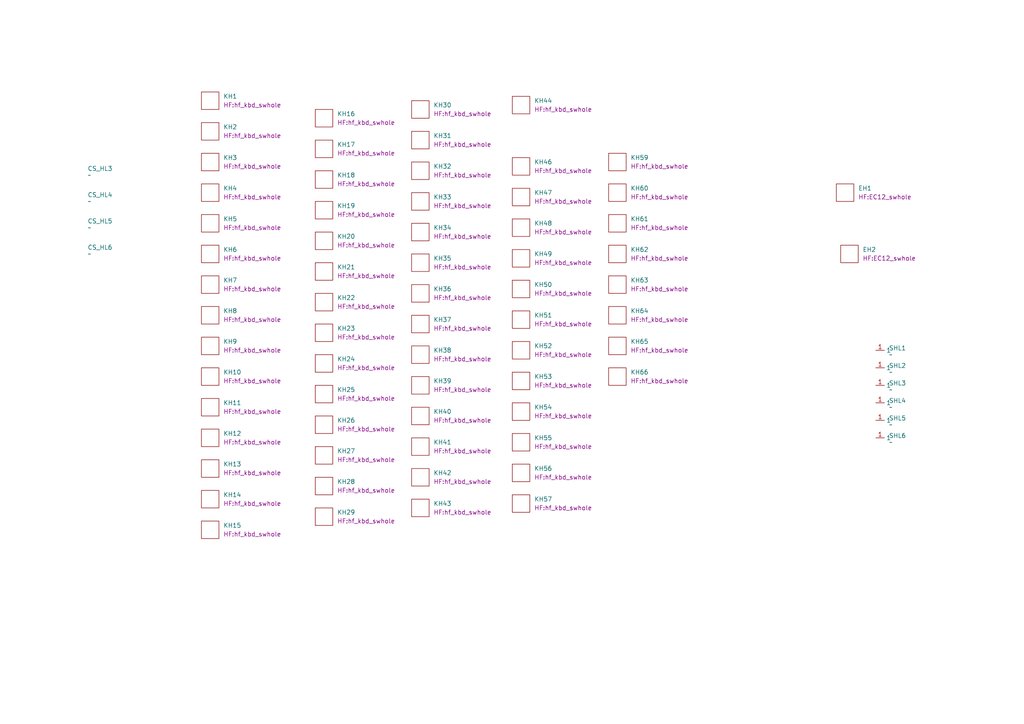
<source format=kicad_sch>
(kicad_sch
	(version 20250114)
	(generator "eeschema")
	(generator_version "9.0")
	(uuid "c1bdcb93-67c4-4fcb-9dc9-f79df2a10f2c")
	(paper "A4")
	(lib_symbols
		(symbol "HF:2mmscrew"
			(exclude_from_sim no)
			(in_bom yes)
			(on_board yes)
			(property "Reference" "SHL"
				(at 0 0 0)
				(effects
					(font
						(size 1.27 1.27)
					)
				)
			)
			(property "Value" ""
				(at 0 0 0)
				(effects
					(font
						(size 1.27 1.27)
					)
				)
			)
			(property "Footprint" "HF:2mmScrew"
				(at -1.524 -1.524 0)
				(effects
					(font
						(size 1.27 1.27)
					)
					(hide yes)
				)
			)
			(property "Datasheet" ""
				(at 0 0 0)
				(effects
					(font
						(size 1.27 1.27)
					)
					(hide yes)
				)
			)
			(property "Description" ""
				(at 0 0 0)
				(effects
					(font
						(size 1.27 1.27)
					)
					(hide yes)
				)
			)
			(symbol "2mmscrew_1_1"
				(pin passive line
					(at -1.27 -2.54 0)
					(length 2.54)
					(name "1"
						(effects
							(font
								(size 1.27 1.27)
							)
						)
					)
					(number "1"
						(effects
							(font
								(size 1.27 1.27)
							)
						)
					)
				)
			)
			(embedded_fonts no)
		)
		(symbol "HF:EC12Hole"
			(exclude_from_sim no)
			(in_bom yes)
			(on_board yes)
			(property "Reference" "EH"
				(at 0 1.524 0)
				(effects
					(font
						(size 1.27 1.27)
					)
				)
			)
			(property "Value" "EncoderHole"
				(at 0.254 -1.778 0)
				(effects
					(font
						(size 1.27 1.27)
					)
					(hide yes)
				)
			)
			(property "Footprint" "HF:EC12_swhole"
				(at 0 0 0)
				(effects
					(font
						(size 1.27 1.27)
					)
				)
			)
			(property "Datasheet" ""
				(at 0 0 0)
				(effects
					(font
						(size 1.27 1.27)
					)
					(hide yes)
				)
			)
			(property "Description" ""
				(at 0 0 0)
				(effects
					(font
						(size 1.27 1.27)
					)
					(hide yes)
				)
			)
			(symbol "EC12Hole_0_1"
				(rectangle
					(start -2.54 -3.81)
					(end 2.54 -8.89)
					(stroke
						(width 0)
						(type default)
					)
					(fill
						(type none)
					)
				)
			)
			(embedded_fonts no)
		)
		(symbol "HF:KeyHole"
			(exclude_from_sim no)
			(in_bom yes)
			(on_board yes)
			(property "Reference" "KH"
				(at 0 1.524 0)
				(effects
					(font
						(size 1.27 1.27)
					)
				)
			)
			(property "Value" "KeyHole"
				(at 0.254 -1.778 0)
				(effects
					(font
						(size 1.27 1.27)
					)
					(hide yes)
				)
			)
			(property "Footprint" "HF:hf_kbd_swhole"
				(at 0 0 0)
				(effects
					(font
						(size 1.27 1.27)
					)
				)
			)
			(property "Datasheet" ""
				(at 0 0 0)
				(effects
					(font
						(size 1.27 1.27)
					)
					(hide yes)
				)
			)
			(property "Description" ""
				(at 0 0 0)
				(effects
					(font
						(size 1.27 1.27)
					)
					(hide yes)
				)
			)
			(symbol "KeyHole_0_1"
				(rectangle
					(start -2.54 -3.81)
					(end 2.54 -8.89)
					(stroke
						(width 0)
						(type default)
					)
					(fill
						(type none)
					)
				)
			)
			(embedded_fonts no)
		)
		(symbol "HF:gh60_case2_screw"
			(exclude_from_sim no)
			(in_bom yes)
			(on_board yes)
			(property "Reference" "CS_HL2"
				(at 0.254 1.778 0)
				(effects
					(font
						(size 1.27 1.27)
					)
				)
			)
			(property "Value" ""
				(at 5.08 1.27 0)
				(effects
					(font
						(size 1.27 1.27)
					)
				)
			)
			(property "Footprint" "HF:gh60_hole2_screw"
				(at 0.254 0.254 0)
				(effects
					(font
						(size 1.27 1.27)
					)
					(hide yes)
				)
			)
			(property "Datasheet" ""
				(at 5.08 1.27 0)
				(effects
					(font
						(size 1.27 1.27)
					)
					(hide yes)
				)
			)
			(property "Description" ""
				(at 5.08 1.27 0)
				(effects
					(font
						(size 1.27 1.27)
					)
					(hide yes)
				)
			)
			(embedded_fonts no)
		)
	)
	(symbol
		(lib_id "HF:KeyHole")
		(at 60.96 102.87 0)
		(unit 1)
		(exclude_from_sim no)
		(in_bom yes)
		(on_board yes)
		(dnp no)
		(fields_autoplaced yes)
		(uuid "0092c186-7030-4d89-950c-fca7eb2609b8")
		(property "Reference" "KH10"
			(at 64.77 107.9499 0)
			(effects
				(font
					(size 1.27 1.27)
				)
				(justify left)
			)
		)
		(property "Value" "KeyHole"
			(at 61.214 104.648 0)
			(effects
				(font
					(size 1.27 1.27)
				)
				(hide yes)
			)
		)
		(property "Footprint" "HF:hf_kbd_swhole"
			(at 64.77 110.4899 0)
			(effects
				(font
					(size 1.27 1.27)
				)
				(justify left)
			)
		)
		(property "Datasheet" ""
			(at 60.96 102.87 0)
			(effects
				(font
					(size 1.27 1.27)
				)
				(hide yes)
			)
		)
		(property "Description" ""
			(at 60.96 102.87 0)
			(effects
				(font
					(size 1.27 1.27)
				)
				(hide yes)
			)
		)
		(instances
			(project "keyplate"
				(path "/c1bdcb93-67c4-4fcb-9dc9-f79df2a10f2c"
					(reference "KH10")
					(unit 1)
				)
			)
		)
	)
	(symbol
		(lib_id "HF:KeyHole")
		(at 60.96 40.64 0)
		(unit 1)
		(exclude_from_sim no)
		(in_bom yes)
		(on_board yes)
		(dnp no)
		(fields_autoplaced yes)
		(uuid "0104972c-0c8b-4e53-8fce-676d64371095")
		(property "Reference" "KH3"
			(at 64.77 45.7199 0)
			(effects
				(font
					(size 1.27 1.27)
				)
				(justify left)
			)
		)
		(property "Value" "KeyHole"
			(at 61.214 42.418 0)
			(effects
				(font
					(size 1.27 1.27)
				)
				(hide yes)
			)
		)
		(property "Footprint" "HF:hf_kbd_swhole"
			(at 64.77 48.2599 0)
			(effects
				(font
					(size 1.27 1.27)
				)
				(justify left)
			)
		)
		(property "Datasheet" ""
			(at 60.96 40.64 0)
			(effects
				(font
					(size 1.27 1.27)
				)
				(hide yes)
			)
		)
		(property "Description" ""
			(at 60.96 40.64 0)
			(effects
				(font
					(size 1.27 1.27)
				)
				(hide yes)
			)
		)
		(instances
			(project "keyplate"
				(path "/c1bdcb93-67c4-4fcb-9dc9-f79df2a10f2c"
					(reference "KH3")
					(unit 1)
				)
			)
		)
	)
	(symbol
		(lib_id "HF:gh60_case2_screw")
		(at 24.13 72.39 0)
		(unit 1)
		(exclude_from_sim no)
		(in_bom yes)
		(on_board yes)
		(dnp no)
		(fields_autoplaced yes)
		(uuid "03498ac3-1774-4113-832f-fdb181545514")
		(property "Reference" "CS_HL6"
			(at 25.4 71.7549 0)
			(effects
				(font
					(size 1.27 1.27)
				)
				(justify left)
			)
		)
		(property "Value" "~"
			(at 25.4 73.66 0)
			(effects
				(font
					(size 1.27 1.27)
				)
				(justify left)
			)
		)
		(property "Footprint" "HF:gh60_hole2_screw"
			(at 24.384 72.136 0)
			(effects
				(font
					(size 1.27 1.27)
				)
				(hide yes)
			)
		)
		(property "Datasheet" ""
			(at 29.21 71.12 0)
			(effects
				(font
					(size 1.27 1.27)
				)
				(hide yes)
			)
		)
		(property "Description" ""
			(at 29.21 71.12 0)
			(effects
				(font
					(size 1.27 1.27)
				)
				(hide yes)
			)
		)
		(instances
			(project "keyplate"
				(path "/c1bdcb93-67c4-4fcb-9dc9-f79df2a10f2c"
					(reference "CS_HL6")
					(unit 1)
				)
			)
		)
	)
	(symbol
		(lib_id "HF:KeyHole")
		(at 60.96 129.54 0)
		(unit 1)
		(exclude_from_sim no)
		(in_bom yes)
		(on_board yes)
		(dnp no)
		(fields_autoplaced yes)
		(uuid "0ac4e2c5-5448-4a03-9646-1acc1fd332fe")
		(property "Reference" "KH13"
			(at 64.77 134.6199 0)
			(effects
				(font
					(size 1.27 1.27)
				)
				(justify left)
			)
		)
		(property "Value" "KeyHole"
			(at 61.214 131.318 0)
			(effects
				(font
					(size 1.27 1.27)
				)
				(hide yes)
			)
		)
		(property "Footprint" "HF:hf_kbd_swhole"
			(at 64.77 137.1599 0)
			(effects
				(font
					(size 1.27 1.27)
				)
				(justify left)
			)
		)
		(property "Datasheet" ""
			(at 60.96 129.54 0)
			(effects
				(font
					(size 1.27 1.27)
				)
				(hide yes)
			)
		)
		(property "Description" ""
			(at 60.96 129.54 0)
			(effects
				(font
					(size 1.27 1.27)
				)
				(hide yes)
			)
		)
		(instances
			(project "keyplate"
				(path "/c1bdcb93-67c4-4fcb-9dc9-f79df2a10f2c"
					(reference "KH13")
					(unit 1)
				)
			)
		)
	)
	(symbol
		(lib_id "HF:KeyHole")
		(at 151.13 130.81 0)
		(unit 1)
		(exclude_from_sim no)
		(in_bom yes)
		(on_board yes)
		(dnp no)
		(fields_autoplaced yes)
		(uuid "0d132b36-78c0-4002-aa2b-7552bc75cc5f")
		(property "Reference" "KH56"
			(at 154.94 135.8899 0)
			(effects
				(font
					(size 1.27 1.27)
				)
				(justify left)
			)
		)
		(property "Value" "KeyHole"
			(at 151.384 132.588 0)
			(effects
				(font
					(size 1.27 1.27)
				)
				(hide yes)
			)
		)
		(property "Footprint" "HF:hf_kbd_swhole"
			(at 154.94 138.4299 0)
			(effects
				(font
					(size 1.27 1.27)
				)
				(justify left)
			)
		)
		(property "Datasheet" ""
			(at 151.13 130.81 0)
			(effects
				(font
					(size 1.27 1.27)
				)
				(hide yes)
			)
		)
		(property "Description" ""
			(at 151.13 130.81 0)
			(effects
				(font
					(size 1.27 1.27)
				)
				(hide yes)
			)
		)
		(instances
			(project "keyplate"
				(path "/c1bdcb93-67c4-4fcb-9dc9-f79df2a10f2c"
					(reference "KH56")
					(unit 1)
				)
			)
		)
	)
	(symbol
		(lib_id "HF:KeyHole")
		(at 60.96 111.76 0)
		(unit 1)
		(exclude_from_sim no)
		(in_bom yes)
		(on_board yes)
		(dnp no)
		(fields_autoplaced yes)
		(uuid "0d47d087-deb5-4e5e-95b6-036af095af79")
		(property "Reference" "KH11"
			(at 64.77 116.8399 0)
			(effects
				(font
					(size 1.27 1.27)
				)
				(justify left)
			)
		)
		(property "Value" "KeyHole"
			(at 61.214 113.538 0)
			(effects
				(font
					(size 1.27 1.27)
				)
				(hide yes)
			)
		)
		(property "Footprint" "HF:hf_kbd_swhole"
			(at 64.77 119.3799 0)
			(effects
				(font
					(size 1.27 1.27)
				)
				(justify left)
			)
		)
		(property "Datasheet" ""
			(at 60.96 111.76 0)
			(effects
				(font
					(size 1.27 1.27)
				)
				(hide yes)
			)
		)
		(property "Description" ""
			(at 60.96 111.76 0)
			(effects
				(font
					(size 1.27 1.27)
				)
				(hide yes)
			)
		)
		(instances
			(project "keyplate"
				(path "/c1bdcb93-67c4-4fcb-9dc9-f79df2a10f2c"
					(reference "KH11")
					(unit 1)
				)
			)
		)
	)
	(symbol
		(lib_id "HF:2mmscrew")
		(at 255.27 119.38 0)
		(unit 1)
		(exclude_from_sim no)
		(in_bom yes)
		(on_board yes)
		(dnp no)
		(fields_autoplaced yes)
		(uuid "1251f2ea-ddf9-4c07-a89c-c7c9ce272114")
		(property "Reference" "SHL5"
			(at 257.81 121.2849 0)
			(effects
				(font
					(size 1.27 1.27)
				)
				(justify left)
			)
		)
		(property "Value" "~"
			(at 257.81 123.19 0)
			(effects
				(font
					(size 1.27 1.27)
				)
				(justify left)
			)
		)
		(property "Footprint" "HF:2mmScrew_NPTH"
			(at 253.746 120.904 0)
			(effects
				(font
					(size 1.27 1.27)
				)
				(hide yes)
			)
		)
		(property "Datasheet" ""
			(at 255.27 119.38 0)
			(effects
				(font
					(size 1.27 1.27)
				)
				(hide yes)
			)
		)
		(property "Description" ""
			(at 255.27 119.38 0)
			(effects
				(font
					(size 1.27 1.27)
				)
				(hide yes)
			)
		)
		(pin "1"
			(uuid "1d8c2b11-c223-4a5d-808f-35b3e92cfda1")
		)
		(instances
			(project "keyplate"
				(path "/c1bdcb93-67c4-4fcb-9dc9-f79df2a10f2c"
					(reference "SHL5")
					(unit 1)
				)
			)
		)
	)
	(symbol
		(lib_id "HF:KeyHole")
		(at 93.98 81.28 0)
		(unit 1)
		(exclude_from_sim no)
		(in_bom yes)
		(on_board yes)
		(dnp no)
		(fields_autoplaced yes)
		(uuid "130b31ca-a42c-4c5d-81fd-12d88b357fc9")
		(property "Reference" "KH22"
			(at 97.79 86.3599 0)
			(effects
				(font
					(size 1.27 1.27)
				)
				(justify left)
			)
		)
		(property "Value" "KeyHole"
			(at 94.234 83.058 0)
			(effects
				(font
					(size 1.27 1.27)
				)
				(hide yes)
			)
		)
		(property "Footprint" "HF:hf_kbd_swhole"
			(at 97.79 88.8999 0)
			(effects
				(font
					(size 1.27 1.27)
				)
				(justify left)
			)
		)
		(property "Datasheet" ""
			(at 93.98 81.28 0)
			(effects
				(font
					(size 1.27 1.27)
				)
				(hide yes)
			)
		)
		(property "Description" ""
			(at 93.98 81.28 0)
			(effects
				(font
					(size 1.27 1.27)
				)
				(hide yes)
			)
		)
		(instances
			(project "keyplate"
				(path "/c1bdcb93-67c4-4fcb-9dc9-f79df2a10f2c"
					(reference "KH22")
					(unit 1)
				)
			)
		)
	)
	(symbol
		(lib_id "HF:EC12Hole")
		(at 245.11 49.53 0)
		(unit 1)
		(exclude_from_sim no)
		(in_bom yes)
		(on_board yes)
		(dnp no)
		(fields_autoplaced yes)
		(uuid "15fafe1b-1634-47d0-86a6-b5b9afdfbd99")
		(property "Reference" "EH1"
			(at 248.92 54.6099 0)
			(effects
				(font
					(size 1.27 1.27)
				)
				(justify left)
			)
		)
		(property "Value" "EncoderHole"
			(at 245.364 51.308 0)
			(effects
				(font
					(size 1.27 1.27)
				)
				(hide yes)
			)
		)
		(property "Footprint" "HF:EC12_swhole"
			(at 248.92 57.1499 0)
			(effects
				(font
					(size 1.27 1.27)
				)
				(justify left)
			)
		)
		(property "Datasheet" ""
			(at 245.11 49.53 0)
			(effects
				(font
					(size 1.27 1.27)
				)
				(hide yes)
			)
		)
		(property "Description" ""
			(at 245.11 49.53 0)
			(effects
				(font
					(size 1.27 1.27)
				)
				(hide yes)
			)
		)
		(instances
			(project ""
				(path "/c1bdcb93-67c4-4fcb-9dc9-f79df2a10f2c"
					(reference "EH1")
					(unit 1)
				)
			)
		)
	)
	(symbol
		(lib_id "HF:KeyHole")
		(at 60.96 58.42 0)
		(unit 1)
		(exclude_from_sim no)
		(in_bom yes)
		(on_board yes)
		(dnp no)
		(fields_autoplaced yes)
		(uuid "183d276a-7528-4793-a9d9-6c0754a8959b")
		(property "Reference" "KH5"
			(at 64.77 63.4999 0)
			(effects
				(font
					(size 1.27 1.27)
				)
				(justify left)
			)
		)
		(property "Value" "KeyHole"
			(at 61.214 60.198 0)
			(effects
				(font
					(size 1.27 1.27)
				)
				(hide yes)
			)
		)
		(property "Footprint" "HF:hf_kbd_swhole"
			(at 64.77 66.0399 0)
			(effects
				(font
					(size 1.27 1.27)
				)
				(justify left)
			)
		)
		(property "Datasheet" ""
			(at 60.96 58.42 0)
			(effects
				(font
					(size 1.27 1.27)
				)
				(hide yes)
			)
		)
		(property "Description" ""
			(at 60.96 58.42 0)
			(effects
				(font
					(size 1.27 1.27)
				)
				(hide yes)
			)
		)
		(instances
			(project "keyplate"
				(path "/c1bdcb93-67c4-4fcb-9dc9-f79df2a10f2c"
					(reference "KH5")
					(unit 1)
				)
			)
		)
	)
	(symbol
		(lib_id "HF:KeyHole")
		(at 121.92 114.3 0)
		(unit 1)
		(exclude_from_sim no)
		(in_bom yes)
		(on_board yes)
		(dnp no)
		(fields_autoplaced yes)
		(uuid "1ffecb07-db2f-471f-8ca7-9f7e4036e07b")
		(property "Reference" "KH40"
			(at 125.73 119.3799 0)
			(effects
				(font
					(size 1.27 1.27)
				)
				(justify left)
			)
		)
		(property "Value" "KeyHole"
			(at 122.174 116.078 0)
			(effects
				(font
					(size 1.27 1.27)
				)
				(hide yes)
			)
		)
		(property "Footprint" "HF:hf_kbd_swhole"
			(at 125.73 121.9199 0)
			(effects
				(font
					(size 1.27 1.27)
				)
				(justify left)
			)
		)
		(property "Datasheet" ""
			(at 121.92 114.3 0)
			(effects
				(font
					(size 1.27 1.27)
				)
				(hide yes)
			)
		)
		(property "Description" ""
			(at 121.92 114.3 0)
			(effects
				(font
					(size 1.27 1.27)
				)
				(hide yes)
			)
		)
		(instances
			(project "keyplate"
				(path "/c1bdcb93-67c4-4fcb-9dc9-f79df2a10f2c"
					(reference "KH40")
					(unit 1)
				)
			)
		)
	)
	(symbol
		(lib_id "HF:2mmscrew")
		(at 255.27 104.14 0)
		(unit 1)
		(exclude_from_sim no)
		(in_bom yes)
		(on_board yes)
		(dnp no)
		(fields_autoplaced yes)
		(uuid "2003550e-0db6-41c9-a941-b506521eff81")
		(property "Reference" "SHL2"
			(at 257.81 106.0449 0)
			(effects
				(font
					(size 1.27 1.27)
				)
				(justify left)
			)
		)
		(property "Value" "~"
			(at 257.81 107.95 0)
			(effects
				(font
					(size 1.27 1.27)
				)
				(justify left)
			)
		)
		(property "Footprint" "HF:2mmScrew_NPTH"
			(at 253.746 105.664 0)
			(effects
				(font
					(size 1.27 1.27)
				)
				(hide yes)
			)
		)
		(property "Datasheet" ""
			(at 255.27 104.14 0)
			(effects
				(font
					(size 1.27 1.27)
				)
				(hide yes)
			)
		)
		(property "Description" ""
			(at 255.27 104.14 0)
			(effects
				(font
					(size 1.27 1.27)
				)
				(hide yes)
			)
		)
		(pin "1"
			(uuid "254efcc2-a58e-4ff0-9a9d-f46fa0ddcb36")
		)
		(instances
			(project "keyplate"
				(path "/c1bdcb93-67c4-4fcb-9dc9-f79df2a10f2c"
					(reference "SHL2")
					(unit 1)
				)
			)
		)
	)
	(symbol
		(lib_id "HF:KeyHole")
		(at 93.98 36.83 0)
		(unit 1)
		(exclude_from_sim no)
		(in_bom yes)
		(on_board yes)
		(dnp no)
		(fields_autoplaced yes)
		(uuid "2087c53c-b910-4d99-868d-43c4f8a18523")
		(property "Reference" "KH17"
			(at 97.79 41.9099 0)
			(effects
				(font
					(size 1.27 1.27)
				)
				(justify left)
			)
		)
		(property "Value" "KeyHole"
			(at 94.234 38.608 0)
			(effects
				(font
					(size 1.27 1.27)
				)
				(hide yes)
			)
		)
		(property "Footprint" "HF:hf_kbd_swhole"
			(at 97.79 44.4499 0)
			(effects
				(font
					(size 1.27 1.27)
				)
				(justify left)
			)
		)
		(property "Datasheet" ""
			(at 93.98 36.83 0)
			(effects
				(font
					(size 1.27 1.27)
				)
				(hide yes)
			)
		)
		(property "Description" ""
			(at 93.98 36.83 0)
			(effects
				(font
					(size 1.27 1.27)
				)
				(hide yes)
			)
		)
		(instances
			(project "keyplate"
				(path "/c1bdcb93-67c4-4fcb-9dc9-f79df2a10f2c"
					(reference "KH17")
					(unit 1)
				)
			)
		)
	)
	(symbol
		(lib_id "HF:KeyHole")
		(at 121.92 25.4 0)
		(unit 1)
		(exclude_from_sim no)
		(in_bom yes)
		(on_board yes)
		(dnp no)
		(fields_autoplaced yes)
		(uuid "24b699aa-ae7a-472a-942e-c26e0fef6b97")
		(property "Reference" "KH30"
			(at 125.73 30.4799 0)
			(effects
				(font
					(size 1.27 1.27)
				)
				(justify left)
			)
		)
		(property "Value" "KeyHole"
			(at 122.174 27.178 0)
			(effects
				(font
					(size 1.27 1.27)
				)
				(hide yes)
			)
		)
		(property "Footprint" "HF:hf_kbd_swhole"
			(at 125.73 33.0199 0)
			(effects
				(font
					(size 1.27 1.27)
				)
				(justify left)
			)
		)
		(property "Datasheet" ""
			(at 121.92 25.4 0)
			(effects
				(font
					(size 1.27 1.27)
				)
				(hide yes)
			)
		)
		(property "Description" ""
			(at 121.92 25.4 0)
			(effects
				(font
					(size 1.27 1.27)
				)
				(hide yes)
			)
		)
		(instances
			(project "keyplate"
				(path "/c1bdcb93-67c4-4fcb-9dc9-f79df2a10f2c"
					(reference "KH30")
					(unit 1)
				)
			)
		)
	)
	(symbol
		(lib_id "HF:KeyHole")
		(at 121.92 140.97 0)
		(unit 1)
		(exclude_from_sim no)
		(in_bom yes)
		(on_board yes)
		(dnp no)
		(fields_autoplaced yes)
		(uuid "2541394d-eb73-4ec9-a1f9-4b70262d68f5")
		(property "Reference" "KH43"
			(at 125.73 146.0499 0)
			(effects
				(font
					(size 1.27 1.27)
				)
				(justify left)
			)
		)
		(property "Value" "KeyHole"
			(at 122.174 142.748 0)
			(effects
				(font
					(size 1.27 1.27)
				)
				(hide yes)
			)
		)
		(property "Footprint" "HF:hf_kbd_swhole"
			(at 125.73 148.5899 0)
			(effects
				(font
					(size 1.27 1.27)
				)
				(justify left)
			)
		)
		(property "Datasheet" ""
			(at 121.92 140.97 0)
			(effects
				(font
					(size 1.27 1.27)
				)
				(hide yes)
			)
		)
		(property "Description" ""
			(at 121.92 140.97 0)
			(effects
				(font
					(size 1.27 1.27)
				)
				(hide yes)
			)
		)
		(instances
			(project "keyplate"
				(path "/c1bdcb93-67c4-4fcb-9dc9-f79df2a10f2c"
					(reference "KH43")
					(unit 1)
				)
			)
		)
	)
	(symbol
		(lib_id "HF:KeyHole")
		(at 121.92 34.29 0)
		(unit 1)
		(exclude_from_sim no)
		(in_bom yes)
		(on_board yes)
		(dnp no)
		(fields_autoplaced yes)
		(uuid "2a0c7157-98cd-453a-aad3-590238194ff6")
		(property "Reference" "KH31"
			(at 125.73 39.3699 0)
			(effects
				(font
					(size 1.27 1.27)
				)
				(justify left)
			)
		)
		(property "Value" "KeyHole"
			(at 122.174 36.068 0)
			(effects
				(font
					(size 1.27 1.27)
				)
				(hide yes)
			)
		)
		(property "Footprint" "HF:hf_kbd_swhole"
			(at 125.73 41.9099 0)
			(effects
				(font
					(size 1.27 1.27)
				)
				(justify left)
			)
		)
		(property "Datasheet" ""
			(at 121.92 34.29 0)
			(effects
				(font
					(size 1.27 1.27)
				)
				(hide yes)
			)
		)
		(property "Description" ""
			(at 121.92 34.29 0)
			(effects
				(font
					(size 1.27 1.27)
				)
				(hide yes)
			)
		)
		(instances
			(project "keyplate"
				(path "/c1bdcb93-67c4-4fcb-9dc9-f79df2a10f2c"
					(reference "KH31")
					(unit 1)
				)
			)
		)
	)
	(symbol
		(lib_id "HF:EC12Hole")
		(at 246.38 67.31 0)
		(unit 1)
		(exclude_from_sim no)
		(in_bom yes)
		(on_board yes)
		(dnp no)
		(fields_autoplaced yes)
		(uuid "2c56538a-2efb-4b9d-a6d0-1568aa7df2ea")
		(property "Reference" "EH2"
			(at 250.19 72.3899 0)
			(effects
				(font
					(size 1.27 1.27)
				)
				(justify left)
			)
		)
		(property "Value" "EncoderHole"
			(at 246.634 69.088 0)
			(effects
				(font
					(size 1.27 1.27)
				)
				(hide yes)
			)
		)
		(property "Footprint" "HF:EC12_swhole"
			(at 250.19 74.9299 0)
			(effects
				(font
					(size 1.27 1.27)
				)
				(justify left)
			)
		)
		(property "Datasheet" ""
			(at 246.38 67.31 0)
			(effects
				(font
					(size 1.27 1.27)
				)
				(hide yes)
			)
		)
		(property "Description" ""
			(at 246.38 67.31 0)
			(effects
				(font
					(size 1.27 1.27)
				)
				(hide yes)
			)
		)
		(instances
			(project "keyplate"
				(path "/c1bdcb93-67c4-4fcb-9dc9-f79df2a10f2c"
					(reference "EH2")
					(unit 1)
				)
			)
		)
	)
	(symbol
		(lib_id "HF:KeyHole")
		(at 151.13 121.92 0)
		(unit 1)
		(exclude_from_sim no)
		(in_bom yes)
		(on_board yes)
		(dnp no)
		(fields_autoplaced yes)
		(uuid "371a45a3-e225-48fa-a158-7857ef88dd90")
		(property "Reference" "KH55"
			(at 154.94 126.9999 0)
			(effects
				(font
					(size 1.27 1.27)
				)
				(justify left)
			)
		)
		(property "Value" "KeyHole"
			(at 151.384 123.698 0)
			(effects
				(font
					(size 1.27 1.27)
				)
				(hide yes)
			)
		)
		(property "Footprint" "HF:hf_kbd_swhole"
			(at 154.94 129.5399 0)
			(effects
				(font
					(size 1.27 1.27)
				)
				(justify left)
			)
		)
		(property "Datasheet" ""
			(at 151.13 121.92 0)
			(effects
				(font
					(size 1.27 1.27)
				)
				(hide yes)
			)
		)
		(property "Description" ""
			(at 151.13 121.92 0)
			(effects
				(font
					(size 1.27 1.27)
				)
				(hide yes)
			)
		)
		(instances
			(project "keyplate"
				(path "/c1bdcb93-67c4-4fcb-9dc9-f79df2a10f2c"
					(reference "KH55")
					(unit 1)
				)
			)
		)
	)
	(symbol
		(lib_id "HF:2mmscrew")
		(at 255.27 99.06 0)
		(unit 1)
		(exclude_from_sim no)
		(in_bom yes)
		(on_board yes)
		(dnp no)
		(fields_autoplaced yes)
		(uuid "389cb278-237f-4213-b745-cc26e8e0ab0f")
		(property "Reference" "SHL1"
			(at 257.81 100.9649 0)
			(effects
				(font
					(size 1.27 1.27)
				)
				(justify left)
			)
		)
		(property "Value" "~"
			(at 257.81 102.87 0)
			(effects
				(font
					(size 1.27 1.27)
				)
				(justify left)
			)
		)
		(property "Footprint" "HF:2mmScrew_NPTH"
			(at 253.746 100.584 0)
			(effects
				(font
					(size 1.27 1.27)
				)
				(hide yes)
			)
		)
		(property "Datasheet" ""
			(at 255.27 99.06 0)
			(effects
				(font
					(size 1.27 1.27)
				)
				(hide yes)
			)
		)
		(property "Description" ""
			(at 255.27 99.06 0)
			(effects
				(font
					(size 1.27 1.27)
				)
				(hide yes)
			)
		)
		(pin "1"
			(uuid "745a13f7-2535-4001-9df7-c6a00664a3fe")
		)
		(instances
			(project "keyplate"
				(path "/c1bdcb93-67c4-4fcb-9dc9-f79df2a10f2c"
					(reference "SHL1")
					(unit 1)
				)
			)
		)
	)
	(symbol
		(lib_id "HF:KeyHole")
		(at 93.98 99.06 0)
		(unit 1)
		(exclude_from_sim no)
		(in_bom yes)
		(on_board yes)
		(dnp no)
		(fields_autoplaced yes)
		(uuid "39903559-dcef-44c0-85e9-6dc93cabbb5f")
		(property "Reference" "KH24"
			(at 97.79 104.1399 0)
			(effects
				(font
					(size 1.27 1.27)
				)
				(justify left)
			)
		)
		(property "Value" "KeyHole"
			(at 94.234 100.838 0)
			(effects
				(font
					(size 1.27 1.27)
				)
				(hide yes)
			)
		)
		(property "Footprint" "HF:hf_kbd_swhole"
			(at 97.79 106.6799 0)
			(effects
				(font
					(size 1.27 1.27)
				)
				(justify left)
			)
		)
		(property "Datasheet" ""
			(at 93.98 99.06 0)
			(effects
				(font
					(size 1.27 1.27)
				)
				(hide yes)
			)
		)
		(property "Description" ""
			(at 93.98 99.06 0)
			(effects
				(font
					(size 1.27 1.27)
				)
				(hide yes)
			)
		)
		(instances
			(project "keyplate"
				(path "/c1bdcb93-67c4-4fcb-9dc9-f79df2a10f2c"
					(reference "KH24")
					(unit 1)
				)
			)
		)
	)
	(symbol
		(lib_id "HF:KeyHole")
		(at 60.96 138.43 0)
		(unit 1)
		(exclude_from_sim no)
		(in_bom yes)
		(on_board yes)
		(dnp no)
		(fields_autoplaced yes)
		(uuid "3d197265-7365-403a-b210-f507f016c20e")
		(property "Reference" "KH14"
			(at 64.77 143.5099 0)
			(effects
				(font
					(size 1.27 1.27)
				)
				(justify left)
			)
		)
		(property "Value" "KeyHole"
			(at 61.214 140.208 0)
			(effects
				(font
					(size 1.27 1.27)
				)
				(hide yes)
			)
		)
		(property "Footprint" "HF:hf_kbd_swhole"
			(at 64.77 146.0499 0)
			(effects
				(font
					(size 1.27 1.27)
				)
				(justify left)
			)
		)
		(property "Datasheet" ""
			(at 60.96 138.43 0)
			(effects
				(font
					(size 1.27 1.27)
				)
				(hide yes)
			)
		)
		(property "Description" ""
			(at 60.96 138.43 0)
			(effects
				(font
					(size 1.27 1.27)
				)
				(hide yes)
			)
		)
		(instances
			(project "keyplate"
				(path "/c1bdcb93-67c4-4fcb-9dc9-f79df2a10f2c"
					(reference "KH14")
					(unit 1)
				)
			)
		)
	)
	(symbol
		(lib_id "HF:KeyHole")
		(at 60.96 31.75 0)
		(unit 1)
		(exclude_from_sim no)
		(in_bom yes)
		(on_board yes)
		(dnp no)
		(fields_autoplaced yes)
		(uuid "3f28067f-ed69-4c3a-87fe-60554fbd8987")
		(property "Reference" "KH2"
			(at 64.77 36.8299 0)
			(effects
				(font
					(size 1.27 1.27)
				)
				(justify left)
			)
		)
		(property "Value" "KeyHole"
			(at 61.214 33.528 0)
			(effects
				(font
					(size 1.27 1.27)
				)
				(hide yes)
			)
		)
		(property "Footprint" "HF:hf_kbd_swhole"
			(at 64.77 39.3699 0)
			(effects
				(font
					(size 1.27 1.27)
				)
				(justify left)
			)
		)
		(property "Datasheet" ""
			(at 60.96 31.75 0)
			(effects
				(font
					(size 1.27 1.27)
				)
				(hide yes)
			)
		)
		(property "Description" ""
			(at 60.96 31.75 0)
			(effects
				(font
					(size 1.27 1.27)
				)
				(hide yes)
			)
		)
		(instances
			(project "keyplate"
				(path "/c1bdcb93-67c4-4fcb-9dc9-f79df2a10f2c"
					(reference "KH2")
					(unit 1)
				)
			)
		)
	)
	(symbol
		(lib_id "HF:KeyHole")
		(at 179.07 49.53 0)
		(unit 1)
		(exclude_from_sim no)
		(in_bom yes)
		(on_board yes)
		(dnp no)
		(fields_autoplaced yes)
		(uuid "3f34dc1b-bdfd-4b79-a8cc-ba58ab5b4e65")
		(property "Reference" "KH60"
			(at 182.88 54.6099 0)
			(effects
				(font
					(size 1.27 1.27)
				)
				(justify left)
			)
		)
		(property "Value" "KeyHole"
			(at 179.324 51.308 0)
			(effects
				(font
					(size 1.27 1.27)
				)
				(hide yes)
			)
		)
		(property "Footprint" "HF:hf_kbd_swhole"
			(at 182.88 57.1499 0)
			(effects
				(font
					(size 1.27 1.27)
				)
				(justify left)
			)
		)
		(property "Datasheet" ""
			(at 179.07 49.53 0)
			(effects
				(font
					(size 1.27 1.27)
				)
				(hide yes)
			)
		)
		(property "Description" ""
			(at 179.07 49.53 0)
			(effects
				(font
					(size 1.27 1.27)
				)
				(hide yes)
			)
		)
		(instances
			(project "keyplate"
				(path "/c1bdcb93-67c4-4fcb-9dc9-f79df2a10f2c"
					(reference "KH60")
					(unit 1)
				)
			)
		)
	)
	(symbol
		(lib_id "HF:KeyHole")
		(at 121.92 69.85 0)
		(unit 1)
		(exclude_from_sim no)
		(in_bom yes)
		(on_board yes)
		(dnp no)
		(fields_autoplaced yes)
		(uuid "4245a255-bc79-4c3d-a8d9-e0d412ccbe7a")
		(property "Reference" "KH35"
			(at 125.73 74.9299 0)
			(effects
				(font
					(size 1.27 1.27)
				)
				(justify left)
			)
		)
		(property "Value" "KeyHole"
			(at 122.174 71.628 0)
			(effects
				(font
					(size 1.27 1.27)
				)
				(hide yes)
			)
		)
		(property "Footprint" "HF:hf_kbd_swhole"
			(at 125.73 77.4699 0)
			(effects
				(font
					(size 1.27 1.27)
				)
				(justify left)
			)
		)
		(property "Datasheet" ""
			(at 121.92 69.85 0)
			(effects
				(font
					(size 1.27 1.27)
				)
				(hide yes)
			)
		)
		(property "Description" ""
			(at 121.92 69.85 0)
			(effects
				(font
					(size 1.27 1.27)
				)
				(hide yes)
			)
		)
		(instances
			(project "keyplate"
				(path "/c1bdcb93-67c4-4fcb-9dc9-f79df2a10f2c"
					(reference "KH35")
					(unit 1)
				)
			)
		)
	)
	(symbol
		(lib_id "HF:gh60_case2_screw")
		(at 24.13 57.15 0)
		(unit 1)
		(exclude_from_sim no)
		(in_bom yes)
		(on_board yes)
		(dnp no)
		(fields_autoplaced yes)
		(uuid "4346b5a5-c2b5-443e-8858-51093f3779d9")
		(property "Reference" "CS_HL4"
			(at 25.4 56.5149 0)
			(effects
				(font
					(size 1.27 1.27)
				)
				(justify left)
			)
		)
		(property "Value" "~"
			(at 25.4 58.42 0)
			(effects
				(font
					(size 1.27 1.27)
				)
				(justify left)
			)
		)
		(property "Footprint" "HF:gh60_hole2_screw"
			(at 24.384 56.896 0)
			(effects
				(font
					(size 1.27 1.27)
				)
				(hide yes)
			)
		)
		(property "Datasheet" ""
			(at 29.21 55.88 0)
			(effects
				(font
					(size 1.27 1.27)
				)
				(hide yes)
			)
		)
		(property "Description" ""
			(at 29.21 55.88 0)
			(effects
				(font
					(size 1.27 1.27)
				)
				(hide yes)
			)
		)
		(instances
			(project "keyplate"
				(path "/c1bdcb93-67c4-4fcb-9dc9-f79df2a10f2c"
					(reference "CS_HL4")
					(unit 1)
				)
			)
		)
	)
	(symbol
		(lib_id "HF:gh60_case2_screw")
		(at 24.13 64.77 0)
		(unit 1)
		(exclude_from_sim no)
		(in_bom yes)
		(on_board yes)
		(dnp no)
		(fields_autoplaced yes)
		(uuid "457f7bc4-155a-4238-81e3-9e3151cd306d")
		(property "Reference" "CS_HL5"
			(at 25.4 64.1349 0)
			(effects
				(font
					(size 1.27 1.27)
				)
				(justify left)
			)
		)
		(property "Value" "~"
			(at 25.4 66.04 0)
			(effects
				(font
					(size 1.27 1.27)
				)
				(justify left)
			)
		)
		(property "Footprint" "HF:gh60_hole2_screw"
			(at 24.384 64.516 0)
			(effects
				(font
					(size 1.27 1.27)
				)
				(hide yes)
			)
		)
		(property "Datasheet" ""
			(at 29.21 63.5 0)
			(effects
				(font
					(size 1.27 1.27)
				)
				(hide yes)
			)
		)
		(property "Description" ""
			(at 29.21 63.5 0)
			(effects
				(font
					(size 1.27 1.27)
				)
				(hide yes)
			)
		)
		(instances
			(project "keyplate"
				(path "/c1bdcb93-67c4-4fcb-9dc9-f79df2a10f2c"
					(reference "CS_HL5")
					(unit 1)
				)
			)
		)
	)
	(symbol
		(lib_id "HF:KeyHole")
		(at 151.13 68.58 0)
		(unit 1)
		(exclude_from_sim no)
		(in_bom yes)
		(on_board yes)
		(dnp no)
		(fields_autoplaced yes)
		(uuid "464f9e7e-491d-4a1d-9963-d2226deb4286")
		(property "Reference" "KH49"
			(at 154.94 73.6599 0)
			(effects
				(font
					(size 1.27 1.27)
				)
				(justify left)
			)
		)
		(property "Value" "KeyHole"
			(at 151.384 70.358 0)
			(effects
				(font
					(size 1.27 1.27)
				)
				(hide yes)
			)
		)
		(property "Footprint" "HF:hf_kbd_swhole"
			(at 154.94 76.1999 0)
			(effects
				(font
					(size 1.27 1.27)
				)
				(justify left)
			)
		)
		(property "Datasheet" ""
			(at 151.13 68.58 0)
			(effects
				(font
					(size 1.27 1.27)
				)
				(hide yes)
			)
		)
		(property "Description" ""
			(at 151.13 68.58 0)
			(effects
				(font
					(size 1.27 1.27)
				)
				(hide yes)
			)
		)
		(instances
			(project "keyplate"
				(path "/c1bdcb93-67c4-4fcb-9dc9-f79df2a10f2c"
					(reference "KH49")
					(unit 1)
				)
			)
		)
	)
	(symbol
		(lib_id "HF:KeyHole")
		(at 151.13 104.14 0)
		(unit 1)
		(exclude_from_sim no)
		(in_bom yes)
		(on_board yes)
		(dnp no)
		(fields_autoplaced yes)
		(uuid "4b772d96-2938-4b48-81a6-c9ed95d0ab23")
		(property "Reference" "KH53"
			(at 154.94 109.2199 0)
			(effects
				(font
					(size 1.27 1.27)
				)
				(justify left)
			)
		)
		(property "Value" "KeyHole"
			(at 151.384 105.918 0)
			(effects
				(font
					(size 1.27 1.27)
				)
				(hide yes)
			)
		)
		(property "Footprint" "HF:hf_kbd_swhole"
			(at 154.94 111.7599 0)
			(effects
				(font
					(size 1.27 1.27)
				)
				(justify left)
			)
		)
		(property "Datasheet" ""
			(at 151.13 104.14 0)
			(effects
				(font
					(size 1.27 1.27)
				)
				(hide yes)
			)
		)
		(property "Description" ""
			(at 151.13 104.14 0)
			(effects
				(font
					(size 1.27 1.27)
				)
				(hide yes)
			)
		)
		(instances
			(project "keyplate"
				(path "/c1bdcb93-67c4-4fcb-9dc9-f79df2a10f2c"
					(reference "KH53")
					(unit 1)
				)
			)
		)
	)
	(symbol
		(lib_id "HF:KeyHole")
		(at 93.98 143.51 0)
		(unit 1)
		(exclude_from_sim no)
		(in_bom yes)
		(on_board yes)
		(dnp no)
		(fields_autoplaced yes)
		(uuid "50a29b64-7891-45d6-ad91-0a9b9175e1a8")
		(property "Reference" "KH29"
			(at 97.79 148.5899 0)
			(effects
				(font
					(size 1.27 1.27)
				)
				(justify left)
			)
		)
		(property "Value" "KeyHole"
			(at 94.234 145.288 0)
			(effects
				(font
					(size 1.27 1.27)
				)
				(hide yes)
			)
		)
		(property "Footprint" "HF:hf_kbd_swhole"
			(at 97.79 151.1299 0)
			(effects
				(font
					(size 1.27 1.27)
				)
				(justify left)
			)
		)
		(property "Datasheet" ""
			(at 93.98 143.51 0)
			(effects
				(font
					(size 1.27 1.27)
				)
				(hide yes)
			)
		)
		(property "Description" ""
			(at 93.98 143.51 0)
			(effects
				(font
					(size 1.27 1.27)
				)
				(hide yes)
			)
		)
		(instances
			(project "keyplate"
				(path "/c1bdcb93-67c4-4fcb-9dc9-f79df2a10f2c"
					(reference "KH29")
					(unit 1)
				)
			)
		)
	)
	(symbol
		(lib_id "HF:KeyHole")
		(at 93.98 63.5 0)
		(unit 1)
		(exclude_from_sim no)
		(in_bom yes)
		(on_board yes)
		(dnp no)
		(fields_autoplaced yes)
		(uuid "50fcb9c2-e4e8-41b3-aca5-f141006c284b")
		(property "Reference" "KH20"
			(at 97.79 68.5799 0)
			(effects
				(font
					(size 1.27 1.27)
				)
				(justify left)
			)
		)
		(property "Value" "KeyHole"
			(at 94.234 65.278 0)
			(effects
				(font
					(size 1.27 1.27)
				)
				(hide yes)
			)
		)
		(property "Footprint" "HF:hf_kbd_swhole"
			(at 97.79 71.1199 0)
			(effects
				(font
					(size 1.27 1.27)
				)
				(justify left)
			)
		)
		(property "Datasheet" ""
			(at 93.98 63.5 0)
			(effects
				(font
					(size 1.27 1.27)
				)
				(hide yes)
			)
		)
		(property "Description" ""
			(at 93.98 63.5 0)
			(effects
				(font
					(size 1.27 1.27)
				)
				(hide yes)
			)
		)
		(instances
			(project "keyplate"
				(path "/c1bdcb93-67c4-4fcb-9dc9-f79df2a10f2c"
					(reference "KH20")
					(unit 1)
				)
			)
		)
	)
	(symbol
		(lib_id "HF:KeyHole")
		(at 121.92 52.07 0)
		(unit 1)
		(exclude_from_sim no)
		(in_bom yes)
		(on_board yes)
		(dnp no)
		(fields_autoplaced yes)
		(uuid "5d5df82f-e50b-4920-8ad8-13e6f69251b5")
		(property "Reference" "KH33"
			(at 125.73 57.1499 0)
			(effects
				(font
					(size 1.27 1.27)
				)
				(justify left)
			)
		)
		(property "Value" "KeyHole"
			(at 122.174 53.848 0)
			(effects
				(font
					(size 1.27 1.27)
				)
				(hide yes)
			)
		)
		(property "Footprint" "HF:hf_kbd_swhole"
			(at 125.73 59.6899 0)
			(effects
				(font
					(size 1.27 1.27)
				)
				(justify left)
			)
		)
		(property "Datasheet" ""
			(at 121.92 52.07 0)
			(effects
				(font
					(size 1.27 1.27)
				)
				(hide yes)
			)
		)
		(property "Description" ""
			(at 121.92 52.07 0)
			(effects
				(font
					(size 1.27 1.27)
				)
				(hide yes)
			)
		)
		(instances
			(project "keyplate"
				(path "/c1bdcb93-67c4-4fcb-9dc9-f79df2a10f2c"
					(reference "KH33")
					(unit 1)
				)
			)
		)
	)
	(symbol
		(lib_id "HF:KeyHole")
		(at 179.07 67.31 0)
		(unit 1)
		(exclude_from_sim no)
		(in_bom yes)
		(on_board yes)
		(dnp no)
		(fields_autoplaced yes)
		(uuid "5f9e457c-1fb2-49bf-ba8e-d7db728f11db")
		(property "Reference" "KH62"
			(at 182.88 72.3899 0)
			(effects
				(font
					(size 1.27 1.27)
				)
				(justify left)
			)
		)
		(property "Value" "KeyHole"
			(at 179.324 69.088 0)
			(effects
				(font
					(size 1.27 1.27)
				)
				(hide yes)
			)
		)
		(property "Footprint" "HF:hf_kbd_swhole"
			(at 182.88 74.9299 0)
			(effects
				(font
					(size 1.27 1.27)
				)
				(justify left)
			)
		)
		(property "Datasheet" ""
			(at 179.07 67.31 0)
			(effects
				(font
					(size 1.27 1.27)
				)
				(hide yes)
			)
		)
		(property "Description" ""
			(at 179.07 67.31 0)
			(effects
				(font
					(size 1.27 1.27)
				)
				(hide yes)
			)
		)
		(instances
			(project "keyplate"
				(path "/c1bdcb93-67c4-4fcb-9dc9-f79df2a10f2c"
					(reference "KH62")
					(unit 1)
				)
			)
		)
	)
	(symbol
		(lib_id "HF:KeyHole")
		(at 151.13 24.13 0)
		(unit 1)
		(exclude_from_sim no)
		(in_bom yes)
		(on_board yes)
		(dnp no)
		(fields_autoplaced yes)
		(uuid "604a8019-533b-4009-ba56-9ef5ed43da25")
		(property "Reference" "KH44"
			(at 154.94 29.2099 0)
			(effects
				(font
					(size 1.27 1.27)
				)
				(justify left)
			)
		)
		(property "Value" "KeyHole"
			(at 151.384 25.908 0)
			(effects
				(font
					(size 1.27 1.27)
				)
				(hide yes)
			)
		)
		(property "Footprint" "HF:hf_kbd_swhole"
			(at 154.94 31.7499 0)
			(effects
				(font
					(size 1.27 1.27)
				)
				(justify left)
			)
		)
		(property "Datasheet" ""
			(at 151.13 24.13 0)
			(effects
				(font
					(size 1.27 1.27)
				)
				(hide yes)
			)
		)
		(property "Description" ""
			(at 151.13 24.13 0)
			(effects
				(font
					(size 1.27 1.27)
				)
				(hide yes)
			)
		)
		(instances
			(project "keyplate"
				(path "/c1bdcb93-67c4-4fcb-9dc9-f79df2a10f2c"
					(reference "KH44")
					(unit 1)
				)
			)
		)
	)
	(symbol
		(lib_id "HF:KeyHole")
		(at 179.07 76.2 0)
		(unit 1)
		(exclude_from_sim no)
		(in_bom yes)
		(on_board yes)
		(dnp no)
		(fields_autoplaced yes)
		(uuid "62b38a4c-4441-4004-a530-a82d5e582c93")
		(property "Reference" "KH63"
			(at 182.88 81.2799 0)
			(effects
				(font
					(size 1.27 1.27)
				)
				(justify left)
			)
		)
		(property "Value" "KeyHole"
			(at 179.324 77.978 0)
			(effects
				(font
					(size 1.27 1.27)
				)
				(hide yes)
			)
		)
		(property "Footprint" "HF:hf_kbd_swhole"
			(at 182.88 83.8199 0)
			(effects
				(font
					(size 1.27 1.27)
				)
				(justify left)
			)
		)
		(property "Datasheet" ""
			(at 179.07 76.2 0)
			(effects
				(font
					(size 1.27 1.27)
				)
				(hide yes)
			)
		)
		(property "Description" ""
			(at 179.07 76.2 0)
			(effects
				(font
					(size 1.27 1.27)
				)
				(hide yes)
			)
		)
		(instances
			(project "keyplate"
				(path "/c1bdcb93-67c4-4fcb-9dc9-f79df2a10f2c"
					(reference "KH63")
					(unit 1)
				)
			)
		)
	)
	(symbol
		(lib_id "HF:KeyHole")
		(at 121.92 43.18 0)
		(unit 1)
		(exclude_from_sim no)
		(in_bom yes)
		(on_board yes)
		(dnp no)
		(fields_autoplaced yes)
		(uuid "698b2e96-4af9-4694-96c8-2786ded9826e")
		(property "Reference" "KH32"
			(at 125.73 48.2599 0)
			(effects
				(font
					(size 1.27 1.27)
				)
				(justify left)
			)
		)
		(property "Value" "KeyHole"
			(at 122.174 44.958 0)
			(effects
				(font
					(size 1.27 1.27)
				)
				(hide yes)
			)
		)
		(property "Footprint" "HF:hf_kbd_swhole"
			(at 125.73 50.7999 0)
			(effects
				(font
					(size 1.27 1.27)
				)
				(justify left)
			)
		)
		(property "Datasheet" ""
			(at 121.92 43.18 0)
			(effects
				(font
					(size 1.27 1.27)
				)
				(hide yes)
			)
		)
		(property "Description" ""
			(at 121.92 43.18 0)
			(effects
				(font
					(size 1.27 1.27)
				)
				(hide yes)
			)
		)
		(instances
			(project "keyplate"
				(path "/c1bdcb93-67c4-4fcb-9dc9-f79df2a10f2c"
					(reference "KH32")
					(unit 1)
				)
			)
		)
	)
	(symbol
		(lib_id "HF:KeyHole")
		(at 60.96 76.2 0)
		(unit 1)
		(exclude_from_sim no)
		(in_bom yes)
		(on_board yes)
		(dnp no)
		(fields_autoplaced yes)
		(uuid "6a0968a8-2ad7-4df1-8c01-ac7b4aaed92f")
		(property "Reference" "KH7"
			(at 64.77 81.2799 0)
			(effects
				(font
					(size 1.27 1.27)
				)
				(justify left)
			)
		)
		(property "Value" "KeyHole"
			(at 61.214 77.978 0)
			(effects
				(font
					(size 1.27 1.27)
				)
				(hide yes)
			)
		)
		(property "Footprint" "HF:hf_kbd_swhole"
			(at 64.77 83.8199 0)
			(effects
				(font
					(size 1.27 1.27)
				)
				(justify left)
			)
		)
		(property "Datasheet" ""
			(at 60.96 76.2 0)
			(effects
				(font
					(size 1.27 1.27)
				)
				(hide yes)
			)
		)
		(property "Description" ""
			(at 60.96 76.2 0)
			(effects
				(font
					(size 1.27 1.27)
				)
				(hide yes)
			)
		)
		(instances
			(project "keyplate"
				(path "/c1bdcb93-67c4-4fcb-9dc9-f79df2a10f2c"
					(reference "KH7")
					(unit 1)
				)
			)
		)
	)
	(symbol
		(lib_id "HF:KeyHole")
		(at 179.07 40.64 0)
		(unit 1)
		(exclude_from_sim no)
		(in_bom yes)
		(on_board yes)
		(dnp no)
		(fields_autoplaced yes)
		(uuid "6ea84457-8f19-4bc4-a5f7-549a38cfb91f")
		(property "Reference" "KH59"
			(at 182.88 45.7199 0)
			(effects
				(font
					(size 1.27 1.27)
				)
				(justify left)
			)
		)
		(property "Value" "KeyHole"
			(at 179.324 42.418 0)
			(effects
				(font
					(size 1.27 1.27)
				)
				(hide yes)
			)
		)
		(property "Footprint" "HF:hf_kbd_swhole"
			(at 182.88 48.2599 0)
			(effects
				(font
					(size 1.27 1.27)
				)
				(justify left)
			)
		)
		(property "Datasheet" ""
			(at 179.07 40.64 0)
			(effects
				(font
					(size 1.27 1.27)
				)
				(hide yes)
			)
		)
		(property "Description" ""
			(at 179.07 40.64 0)
			(effects
				(font
					(size 1.27 1.27)
				)
				(hide yes)
			)
		)
		(instances
			(project "keyplate"
				(path "/c1bdcb93-67c4-4fcb-9dc9-f79df2a10f2c"
					(reference "KH59")
					(unit 1)
				)
			)
		)
	)
	(symbol
		(lib_id "HF:KeyHole")
		(at 60.96 120.65 0)
		(unit 1)
		(exclude_from_sim no)
		(in_bom yes)
		(on_board yes)
		(dnp no)
		(fields_autoplaced yes)
		(uuid "6fa578a7-f894-414c-805f-a46e360ef98a")
		(property "Reference" "KH12"
			(at 64.77 125.7299 0)
			(effects
				(font
					(size 1.27 1.27)
				)
				(justify left)
			)
		)
		(property "Value" "KeyHole"
			(at 61.214 122.428 0)
			(effects
				(font
					(size 1.27 1.27)
				)
				(hide yes)
			)
		)
		(property "Footprint" "HF:hf_kbd_swhole"
			(at 64.77 128.2699 0)
			(effects
				(font
					(size 1.27 1.27)
				)
				(justify left)
			)
		)
		(property "Datasheet" ""
			(at 60.96 120.65 0)
			(effects
				(font
					(size 1.27 1.27)
				)
				(hide yes)
			)
		)
		(property "Description" ""
			(at 60.96 120.65 0)
			(effects
				(font
					(size 1.27 1.27)
				)
				(hide yes)
			)
		)
		(instances
			(project "keyplate"
				(path "/c1bdcb93-67c4-4fcb-9dc9-f79df2a10f2c"
					(reference "KH12")
					(unit 1)
				)
			)
		)
	)
	(symbol
		(lib_id "HF:KeyHole")
		(at 93.98 116.84 0)
		(unit 1)
		(exclude_from_sim no)
		(in_bom yes)
		(on_board yes)
		(dnp no)
		(fields_autoplaced yes)
		(uuid "7dcdfbb7-56fb-4de4-87c3-aa8cde488477")
		(property "Reference" "KH26"
			(at 97.79 121.9199 0)
			(effects
				(font
					(size 1.27 1.27)
				)
				(justify left)
			)
		)
		(property "Value" "KeyHole"
			(at 94.234 118.618 0)
			(effects
				(font
					(size 1.27 1.27)
				)
				(hide yes)
			)
		)
		(property "Footprint" "HF:hf_kbd_swhole"
			(at 97.79 124.4599 0)
			(effects
				(font
					(size 1.27 1.27)
				)
				(justify left)
			)
		)
		(property "Datasheet" ""
			(at 93.98 116.84 0)
			(effects
				(font
					(size 1.27 1.27)
				)
				(hide yes)
			)
		)
		(property "Description" ""
			(at 93.98 116.84 0)
			(effects
				(font
					(size 1.27 1.27)
				)
				(hide yes)
			)
		)
		(instances
			(project "keyplate"
				(path "/c1bdcb93-67c4-4fcb-9dc9-f79df2a10f2c"
					(reference "KH26")
					(unit 1)
				)
			)
		)
	)
	(symbol
		(lib_id "HF:KeyHole")
		(at 121.92 105.41 0)
		(unit 1)
		(exclude_from_sim no)
		(in_bom yes)
		(on_board yes)
		(dnp no)
		(fields_autoplaced yes)
		(uuid "7fa1486a-586a-418e-8c0f-4fb1fb634240")
		(property "Reference" "KH39"
			(at 125.73 110.4899 0)
			(effects
				(font
					(size 1.27 1.27)
				)
				(justify left)
			)
		)
		(property "Value" "KeyHole"
			(at 122.174 107.188 0)
			(effects
				(font
					(size 1.27 1.27)
				)
				(hide yes)
			)
		)
		(property "Footprint" "HF:hf_kbd_swhole"
			(at 125.73 113.0299 0)
			(effects
				(font
					(size 1.27 1.27)
				)
				(justify left)
			)
		)
		(property "Datasheet" ""
			(at 121.92 105.41 0)
			(effects
				(font
					(size 1.27 1.27)
				)
				(hide yes)
			)
		)
		(property "Description" ""
			(at 121.92 105.41 0)
			(effects
				(font
					(size 1.27 1.27)
				)
				(hide yes)
			)
		)
		(instances
			(project "keyplate"
				(path "/c1bdcb93-67c4-4fcb-9dc9-f79df2a10f2c"
					(reference "KH39")
					(unit 1)
				)
			)
		)
	)
	(symbol
		(lib_id "HF:KeyHole")
		(at 121.92 60.96 0)
		(unit 1)
		(exclude_from_sim no)
		(in_bom yes)
		(on_board yes)
		(dnp no)
		(fields_autoplaced yes)
		(uuid "839b1ebb-b8c5-4e8e-ad70-94639aa346ba")
		(property "Reference" "KH34"
			(at 125.73 66.0399 0)
			(effects
				(font
					(size 1.27 1.27)
				)
				(justify left)
			)
		)
		(property "Value" "KeyHole"
			(at 122.174 62.738 0)
			(effects
				(font
					(size 1.27 1.27)
				)
				(hide yes)
			)
		)
		(property "Footprint" "HF:hf_kbd_swhole"
			(at 125.73 68.5799 0)
			(effects
				(font
					(size 1.27 1.27)
				)
				(justify left)
			)
		)
		(property "Datasheet" ""
			(at 121.92 60.96 0)
			(effects
				(font
					(size 1.27 1.27)
				)
				(hide yes)
			)
		)
		(property "Description" ""
			(at 121.92 60.96 0)
			(effects
				(font
					(size 1.27 1.27)
				)
				(hide yes)
			)
		)
		(instances
			(project "keyplate"
				(path "/c1bdcb93-67c4-4fcb-9dc9-f79df2a10f2c"
					(reference "KH34")
					(unit 1)
				)
			)
		)
	)
	(symbol
		(lib_id "HF:KeyHole")
		(at 179.07 102.87 0)
		(unit 1)
		(exclude_from_sim no)
		(in_bom yes)
		(on_board yes)
		(dnp no)
		(fields_autoplaced yes)
		(uuid "85614777-cc4c-4869-a17a-f92ae64ed4f3")
		(property "Reference" "KH66"
			(at 182.88 107.9499 0)
			(effects
				(font
					(size 1.27 1.27)
				)
				(justify left)
			)
		)
		(property "Value" "KeyHole"
			(at 179.324 104.648 0)
			(effects
				(font
					(size 1.27 1.27)
				)
				(hide yes)
			)
		)
		(property "Footprint" "HF:hf_kbd_swhole"
			(at 182.88 110.4899 0)
			(effects
				(font
					(size 1.27 1.27)
				)
				(justify left)
			)
		)
		(property "Datasheet" ""
			(at 179.07 102.87 0)
			(effects
				(font
					(size 1.27 1.27)
				)
				(hide yes)
			)
		)
		(property "Description" ""
			(at 179.07 102.87 0)
			(effects
				(font
					(size 1.27 1.27)
				)
				(hide yes)
			)
		)
		(instances
			(project "keyplate"
				(path "/c1bdcb93-67c4-4fcb-9dc9-f79df2a10f2c"
					(reference "KH66")
					(unit 1)
				)
			)
		)
	)
	(symbol
		(lib_id "HF:KeyHole")
		(at 151.13 50.8 0)
		(unit 1)
		(exclude_from_sim no)
		(in_bom yes)
		(on_board yes)
		(dnp no)
		(fields_autoplaced yes)
		(uuid "867fba2d-9c0e-4ab8-a855-bf3576a81565")
		(property "Reference" "KH47"
			(at 154.94 55.8799 0)
			(effects
				(font
					(size 1.27 1.27)
				)
				(justify left)
			)
		)
		(property "Value" "KeyHole"
			(at 151.384 52.578 0)
			(effects
				(font
					(size 1.27 1.27)
				)
				(hide yes)
			)
		)
		(property "Footprint" "HF:hf_kbd_swhole"
			(at 154.94 58.4199 0)
			(effects
				(font
					(size 1.27 1.27)
				)
				(justify left)
			)
		)
		(property "Datasheet" ""
			(at 151.13 50.8 0)
			(effects
				(font
					(size 1.27 1.27)
				)
				(hide yes)
			)
		)
		(property "Description" ""
			(at 151.13 50.8 0)
			(effects
				(font
					(size 1.27 1.27)
				)
				(hide yes)
			)
		)
		(instances
			(project "keyplate"
				(path "/c1bdcb93-67c4-4fcb-9dc9-f79df2a10f2c"
					(reference "KH47")
					(unit 1)
				)
			)
		)
	)
	(symbol
		(lib_id "HF:KeyHole")
		(at 93.98 45.72 0)
		(unit 1)
		(exclude_from_sim no)
		(in_bom yes)
		(on_board yes)
		(dnp no)
		(fields_autoplaced yes)
		(uuid "8b0ceaba-6844-4556-b725-13e638cc7551")
		(property "Reference" "KH18"
			(at 97.79 50.7999 0)
			(effects
				(font
					(size 1.27 1.27)
				)
				(justify left)
			)
		)
		(property "Value" "KeyHole"
			(at 94.234 47.498 0)
			(effects
				(font
					(size 1.27 1.27)
				)
				(hide yes)
			)
		)
		(property "Footprint" "HF:hf_kbd_swhole"
			(at 97.79 53.3399 0)
			(effects
				(font
					(size 1.27 1.27)
				)
				(justify left)
			)
		)
		(property "Datasheet" ""
			(at 93.98 45.72 0)
			(effects
				(font
					(size 1.27 1.27)
				)
				(hide yes)
			)
		)
		(property "Description" ""
			(at 93.98 45.72 0)
			(effects
				(font
					(size 1.27 1.27)
				)
				(hide yes)
			)
		)
		(instances
			(project "keyplate"
				(path "/c1bdcb93-67c4-4fcb-9dc9-f79df2a10f2c"
					(reference "KH18")
					(unit 1)
				)
			)
		)
	)
	(symbol
		(lib_id "HF:KeyHole")
		(at 93.98 54.61 0)
		(unit 1)
		(exclude_from_sim no)
		(in_bom yes)
		(on_board yes)
		(dnp no)
		(fields_autoplaced yes)
		(uuid "8fb0e853-03af-47de-91c5-e223ecb18124")
		(property "Reference" "KH19"
			(at 97.79 59.6899 0)
			(effects
				(font
					(size 1.27 1.27)
				)
				(justify left)
			)
		)
		(property "Value" "KeyHole"
			(at 94.234 56.388 0)
			(effects
				(font
					(size 1.27 1.27)
				)
				(hide yes)
			)
		)
		(property "Footprint" "HF:hf_kbd_swhole"
			(at 97.79 62.2299 0)
			(effects
				(font
					(size 1.27 1.27)
				)
				(justify left)
			)
		)
		(property "Datasheet" ""
			(at 93.98 54.61 0)
			(effects
				(font
					(size 1.27 1.27)
				)
				(hide yes)
			)
		)
		(property "Description" ""
			(at 93.98 54.61 0)
			(effects
				(font
					(size 1.27 1.27)
				)
				(hide yes)
			)
		)
		(instances
			(project "keyplate"
				(path "/c1bdcb93-67c4-4fcb-9dc9-f79df2a10f2c"
					(reference "KH19")
					(unit 1)
				)
			)
		)
	)
	(symbol
		(lib_id "HF:KeyHole")
		(at 121.92 123.19 0)
		(unit 1)
		(exclude_from_sim no)
		(in_bom yes)
		(on_board yes)
		(dnp no)
		(fields_autoplaced yes)
		(uuid "91a09487-6894-44e9-a5d8-7a22e91b529d")
		(property "Reference" "KH41"
			(at 125.73 128.2699 0)
			(effects
				(font
					(size 1.27 1.27)
				)
				(justify left)
			)
		)
		(property "Value" "KeyHole"
			(at 122.174 124.968 0)
			(effects
				(font
					(size 1.27 1.27)
				)
				(hide yes)
			)
		)
		(property "Footprint" "HF:hf_kbd_swhole"
			(at 125.73 130.8099 0)
			(effects
				(font
					(size 1.27 1.27)
				)
				(justify left)
			)
		)
		(property "Datasheet" ""
			(at 121.92 123.19 0)
			(effects
				(font
					(size 1.27 1.27)
				)
				(hide yes)
			)
		)
		(property "Description" ""
			(at 121.92 123.19 0)
			(effects
				(font
					(size 1.27 1.27)
				)
				(hide yes)
			)
		)
		(instances
			(project "keyplate"
				(path "/c1bdcb93-67c4-4fcb-9dc9-f79df2a10f2c"
					(reference "KH41")
					(unit 1)
				)
			)
		)
	)
	(symbol
		(lib_id "HF:KeyHole")
		(at 151.13 95.25 0)
		(unit 1)
		(exclude_from_sim no)
		(in_bom yes)
		(on_board yes)
		(dnp no)
		(fields_autoplaced yes)
		(uuid "95f9c1d0-e7f5-4ba0-8153-98c371381ede")
		(property "Reference" "KH52"
			(at 154.94 100.3299 0)
			(effects
				(font
					(size 1.27 1.27)
				)
				(justify left)
			)
		)
		(property "Value" "KeyHole"
			(at 151.384 97.028 0)
			(effects
				(font
					(size 1.27 1.27)
				)
				(hide yes)
			)
		)
		(property "Footprint" "HF:hf_kbd_swhole"
			(at 154.94 102.8699 0)
			(effects
				(font
					(size 1.27 1.27)
				)
				(justify left)
			)
		)
		(property "Datasheet" ""
			(at 151.13 95.25 0)
			(effects
				(font
					(size 1.27 1.27)
				)
				(hide yes)
			)
		)
		(property "Description" ""
			(at 151.13 95.25 0)
			(effects
				(font
					(size 1.27 1.27)
				)
				(hide yes)
			)
		)
		(instances
			(project "keyplate"
				(path "/c1bdcb93-67c4-4fcb-9dc9-f79df2a10f2c"
					(reference "KH52")
					(unit 1)
				)
			)
		)
	)
	(symbol
		(lib_id "HF:KeyHole")
		(at 179.07 58.42 0)
		(unit 1)
		(exclude_from_sim no)
		(in_bom yes)
		(on_board yes)
		(dnp no)
		(fields_autoplaced yes)
		(uuid "9d215c7d-8383-4978-9f9e-19f2fceb5952")
		(property "Reference" "KH61"
			(at 182.88 63.4999 0)
			(effects
				(font
					(size 1.27 1.27)
				)
				(justify left)
			)
		)
		(property "Value" "KeyHole"
			(at 179.324 60.198 0)
			(effects
				(font
					(size 1.27 1.27)
				)
				(hide yes)
			)
		)
		(property "Footprint" "HF:hf_kbd_swhole"
			(at 182.88 66.0399 0)
			(effects
				(font
					(size 1.27 1.27)
				)
				(justify left)
			)
		)
		(property "Datasheet" ""
			(at 179.07 58.42 0)
			(effects
				(font
					(size 1.27 1.27)
				)
				(hide yes)
			)
		)
		(property "Description" ""
			(at 179.07 58.42 0)
			(effects
				(font
					(size 1.27 1.27)
				)
				(hide yes)
			)
		)
		(instances
			(project "keyplate"
				(path "/c1bdcb93-67c4-4fcb-9dc9-f79df2a10f2c"
					(reference "KH61")
					(unit 1)
				)
			)
		)
	)
	(symbol
		(lib_id "HF:KeyHole")
		(at 121.92 132.08 0)
		(unit 1)
		(exclude_from_sim no)
		(in_bom yes)
		(on_board yes)
		(dnp no)
		(fields_autoplaced yes)
		(uuid "9def1abb-c7d5-4669-a945-4af865420b92")
		(property "Reference" "KH42"
			(at 125.73 137.1599 0)
			(effects
				(font
					(size 1.27 1.27)
				)
				(justify left)
			)
		)
		(property "Value" "KeyHole"
			(at 122.174 133.858 0)
			(effects
				(font
					(size 1.27 1.27)
				)
				(hide yes)
			)
		)
		(property "Footprint" "HF:hf_kbd_swhole"
			(at 125.73 139.6999 0)
			(effects
				(font
					(size 1.27 1.27)
				)
				(justify left)
			)
		)
		(property "Datasheet" ""
			(at 121.92 132.08 0)
			(effects
				(font
					(size 1.27 1.27)
				)
				(hide yes)
			)
		)
		(property "Description" ""
			(at 121.92 132.08 0)
			(effects
				(font
					(size 1.27 1.27)
				)
				(hide yes)
			)
		)
		(instances
			(project "keyplate"
				(path "/c1bdcb93-67c4-4fcb-9dc9-f79df2a10f2c"
					(reference "KH42")
					(unit 1)
				)
			)
		)
	)
	(symbol
		(lib_id "HF:KeyHole")
		(at 121.92 78.74 0)
		(unit 1)
		(exclude_from_sim no)
		(in_bom yes)
		(on_board yes)
		(dnp no)
		(fields_autoplaced yes)
		(uuid "9e3b6066-298b-4c6d-b85f-25f6790412cf")
		(property "Reference" "KH36"
			(at 125.73 83.8199 0)
			(effects
				(font
					(size 1.27 1.27)
				)
				(justify left)
			)
		)
		(property "Value" "KeyHole"
			(at 122.174 80.518 0)
			(effects
				(font
					(size 1.27 1.27)
				)
				(hide yes)
			)
		)
		(property "Footprint" "HF:hf_kbd_swhole"
			(at 125.73 86.3599 0)
			(effects
				(font
					(size 1.27 1.27)
				)
				(justify left)
			)
		)
		(property "Datasheet" ""
			(at 121.92 78.74 0)
			(effects
				(font
					(size 1.27 1.27)
				)
				(hide yes)
			)
		)
		(property "Description" ""
			(at 121.92 78.74 0)
			(effects
				(font
					(size 1.27 1.27)
				)
				(hide yes)
			)
		)
		(instances
			(project "keyplate"
				(path "/c1bdcb93-67c4-4fcb-9dc9-f79df2a10f2c"
					(reference "KH36")
					(unit 1)
				)
			)
		)
	)
	(symbol
		(lib_id "HF:KeyHole")
		(at 60.96 67.31 0)
		(unit 1)
		(exclude_from_sim no)
		(in_bom yes)
		(on_board yes)
		(dnp no)
		(fields_autoplaced yes)
		(uuid "a6932d60-df99-4dcb-842f-2f41f80bc84d")
		(property "Reference" "KH6"
			(at 64.77 72.3899 0)
			(effects
				(font
					(size 1.27 1.27)
				)
				(justify left)
			)
		)
		(property "Value" "KeyHole"
			(at 61.214 69.088 0)
			(effects
				(font
					(size 1.27 1.27)
				)
				(hide yes)
			)
		)
		(property "Footprint" "HF:hf_kbd_swhole"
			(at 64.77 74.9299 0)
			(effects
				(font
					(size 1.27 1.27)
				)
				(justify left)
			)
		)
		(property "Datasheet" ""
			(at 60.96 67.31 0)
			(effects
				(font
					(size 1.27 1.27)
				)
				(hide yes)
			)
		)
		(property "Description" ""
			(at 60.96 67.31 0)
			(effects
				(font
					(size 1.27 1.27)
				)
				(hide yes)
			)
		)
		(instances
			(project "keyplate"
				(path "/c1bdcb93-67c4-4fcb-9dc9-f79df2a10f2c"
					(reference "KH6")
					(unit 1)
				)
			)
		)
	)
	(symbol
		(lib_id "HF:2mmscrew")
		(at 255.27 124.46 0)
		(unit 1)
		(exclude_from_sim no)
		(in_bom yes)
		(on_board yes)
		(dnp no)
		(fields_autoplaced yes)
		(uuid "a8400d6a-e315-437a-85fc-9f57787a2cae")
		(property "Reference" "SHL6"
			(at 257.81 126.3649 0)
			(effects
				(font
					(size 1.27 1.27)
				)
				(justify left)
			)
		)
		(property "Value" "~"
			(at 257.81 128.27 0)
			(effects
				(font
					(size 1.27 1.27)
				)
				(justify left)
			)
		)
		(property "Footprint" "HF:2mmScrew_NPTH"
			(at 253.746 125.984 0)
			(effects
				(font
					(size 1.27 1.27)
				)
				(hide yes)
			)
		)
		(property "Datasheet" ""
			(at 255.27 124.46 0)
			(effects
				(font
					(size 1.27 1.27)
				)
				(hide yes)
			)
		)
		(property "Description" ""
			(at 255.27 124.46 0)
			(effects
				(font
					(size 1.27 1.27)
				)
				(hide yes)
			)
		)
		(pin "1"
			(uuid "48c4d714-2ec1-4173-b499-d79e9322c836")
		)
		(instances
			(project "keyplate"
				(path "/c1bdcb93-67c4-4fcb-9dc9-f79df2a10f2c"
					(reference "SHL6")
					(unit 1)
				)
			)
		)
	)
	(symbol
		(lib_id "HF:KeyHole")
		(at 93.98 125.73 0)
		(unit 1)
		(exclude_from_sim no)
		(in_bom yes)
		(on_board yes)
		(dnp no)
		(fields_autoplaced yes)
		(uuid "ac5e040f-f3a8-4b44-b565-e599e8cdeba8")
		(property "Reference" "KH27"
			(at 97.79 130.8099 0)
			(effects
				(font
					(size 1.27 1.27)
				)
				(justify left)
			)
		)
		(property "Value" "KeyHole"
			(at 94.234 127.508 0)
			(effects
				(font
					(size 1.27 1.27)
				)
				(hide yes)
			)
		)
		(property "Footprint" "HF:hf_kbd_swhole"
			(at 97.79 133.3499 0)
			(effects
				(font
					(size 1.27 1.27)
				)
				(justify left)
			)
		)
		(property "Datasheet" ""
			(at 93.98 125.73 0)
			(effects
				(font
					(size 1.27 1.27)
				)
				(hide yes)
			)
		)
		(property "Description" ""
			(at 93.98 125.73 0)
			(effects
				(font
					(size 1.27 1.27)
				)
				(hide yes)
			)
		)
		(instances
			(project "keyplate"
				(path "/c1bdcb93-67c4-4fcb-9dc9-f79df2a10f2c"
					(reference "KH27")
					(unit 1)
				)
			)
		)
	)
	(symbol
		(lib_id "HF:KeyHole")
		(at 151.13 59.69 0)
		(unit 1)
		(exclude_from_sim no)
		(in_bom yes)
		(on_board yes)
		(dnp no)
		(fields_autoplaced yes)
		(uuid "b21996cd-8545-4d48-9b9c-30402cae22c2")
		(property "Reference" "KH48"
			(at 154.94 64.7699 0)
			(effects
				(font
					(size 1.27 1.27)
				)
				(justify left)
			)
		)
		(property "Value" "KeyHole"
			(at 151.384 61.468 0)
			(effects
				(font
					(size 1.27 1.27)
				)
				(hide yes)
			)
		)
		(property "Footprint" "HF:hf_kbd_swhole"
			(at 154.94 67.3099 0)
			(effects
				(font
					(size 1.27 1.27)
				)
				(justify left)
			)
		)
		(property "Datasheet" ""
			(at 151.13 59.69 0)
			(effects
				(font
					(size 1.27 1.27)
				)
				(hide yes)
			)
		)
		(property "Description" ""
			(at 151.13 59.69 0)
			(effects
				(font
					(size 1.27 1.27)
				)
				(hide yes)
			)
		)
		(instances
			(project "keyplate"
				(path "/c1bdcb93-67c4-4fcb-9dc9-f79df2a10f2c"
					(reference "KH48")
					(unit 1)
				)
			)
		)
	)
	(symbol
		(lib_id "HF:KeyHole")
		(at 60.96 22.86 0)
		(unit 1)
		(exclude_from_sim no)
		(in_bom yes)
		(on_board yes)
		(dnp no)
		(fields_autoplaced yes)
		(uuid "b329014f-066d-4588-9808-d5a5e801d8ee")
		(property "Reference" "KH1"
			(at 64.77 27.9399 0)
			(effects
				(font
					(size 1.27 1.27)
				)
				(justify left)
			)
		)
		(property "Value" "KeyHole"
			(at 61.214 24.638 0)
			(effects
				(font
					(size 1.27 1.27)
				)
				(hide yes)
			)
		)
		(property "Footprint" "HF:hf_kbd_swhole"
			(at 64.77 30.4799 0)
			(effects
				(font
					(size 1.27 1.27)
				)
				(justify left)
			)
		)
		(property "Datasheet" ""
			(at 60.96 22.86 0)
			(effects
				(font
					(size 1.27 1.27)
				)
				(hide yes)
			)
		)
		(property "Description" ""
			(at 60.96 22.86 0)
			(effects
				(font
					(size 1.27 1.27)
				)
				(hide yes)
			)
		)
		(instances
			(project ""
				(path "/c1bdcb93-67c4-4fcb-9dc9-f79df2a10f2c"
					(reference "KH1")
					(unit 1)
				)
			)
		)
	)
	(symbol
		(lib_id "HF:KeyHole")
		(at 151.13 113.03 0)
		(unit 1)
		(exclude_from_sim no)
		(in_bom yes)
		(on_board yes)
		(dnp no)
		(fields_autoplaced yes)
		(uuid "b8868007-94a1-484c-875e-b6a962696ff2")
		(property "Reference" "KH54"
			(at 154.94 118.1099 0)
			(effects
				(font
					(size 1.27 1.27)
				)
				(justify left)
			)
		)
		(property "Value" "KeyHole"
			(at 151.384 114.808 0)
			(effects
				(font
					(size 1.27 1.27)
				)
				(hide yes)
			)
		)
		(property "Footprint" "HF:hf_kbd_swhole"
			(at 154.94 120.6499 0)
			(effects
				(font
					(size 1.27 1.27)
				)
				(justify left)
			)
		)
		(property "Datasheet" ""
			(at 151.13 113.03 0)
			(effects
				(font
					(size 1.27 1.27)
				)
				(hide yes)
			)
		)
		(property "Description" ""
			(at 151.13 113.03 0)
			(effects
				(font
					(size 1.27 1.27)
				)
				(hide yes)
			)
		)
		(instances
			(project "keyplate"
				(path "/c1bdcb93-67c4-4fcb-9dc9-f79df2a10f2c"
					(reference "KH54")
					(unit 1)
				)
			)
		)
	)
	(symbol
		(lib_id "HF:KeyHole")
		(at 179.07 93.98 0)
		(unit 1)
		(exclude_from_sim no)
		(in_bom yes)
		(on_board yes)
		(dnp no)
		(fields_autoplaced yes)
		(uuid "c235e1f9-02d6-491e-add0-d15008a744c2")
		(property "Reference" "KH65"
			(at 182.88 99.0599 0)
			(effects
				(font
					(size 1.27 1.27)
				)
				(justify left)
			)
		)
		(property "Value" "KeyHole"
			(at 179.324 95.758 0)
			(effects
				(font
					(size 1.27 1.27)
				)
				(hide yes)
			)
		)
		(property "Footprint" "HF:hf_kbd_swhole"
			(at 182.88 101.5999 0)
			(effects
				(font
					(size 1.27 1.27)
				)
				(justify left)
			)
		)
		(property "Datasheet" ""
			(at 179.07 93.98 0)
			(effects
				(font
					(size 1.27 1.27)
				)
				(hide yes)
			)
		)
		(property "Description" ""
			(at 179.07 93.98 0)
			(effects
				(font
					(size 1.27 1.27)
				)
				(hide yes)
			)
		)
		(instances
			(project "keyplate"
				(path "/c1bdcb93-67c4-4fcb-9dc9-f79df2a10f2c"
					(reference "KH65")
					(unit 1)
				)
			)
		)
	)
	(symbol
		(lib_id "HF:KeyHole")
		(at 151.13 77.47 0)
		(unit 1)
		(exclude_from_sim no)
		(in_bom yes)
		(on_board yes)
		(dnp no)
		(fields_autoplaced yes)
		(uuid "c458b360-45af-4930-a5b9-768fd8119c8c")
		(property "Reference" "KH50"
			(at 154.94 82.5499 0)
			(effects
				(font
					(size 1.27 1.27)
				)
				(justify left)
			)
		)
		(property "Value" "KeyHole"
			(at 151.384 79.248 0)
			(effects
				(font
					(size 1.27 1.27)
				)
				(hide yes)
			)
		)
		(property "Footprint" "HF:hf_kbd_swhole"
			(at 154.94 85.0899 0)
			(effects
				(font
					(size 1.27 1.27)
				)
				(justify left)
			)
		)
		(property "Datasheet" ""
			(at 151.13 77.47 0)
			(effects
				(font
					(size 1.27 1.27)
				)
				(hide yes)
			)
		)
		(property "Description" ""
			(at 151.13 77.47 0)
			(effects
				(font
					(size 1.27 1.27)
				)
				(hide yes)
			)
		)
		(instances
			(project "keyplate"
				(path "/c1bdcb93-67c4-4fcb-9dc9-f79df2a10f2c"
					(reference "KH50")
					(unit 1)
				)
			)
		)
	)
	(symbol
		(lib_id "HF:KeyHole")
		(at 60.96 85.09 0)
		(unit 1)
		(exclude_from_sim no)
		(in_bom yes)
		(on_board yes)
		(dnp no)
		(fields_autoplaced yes)
		(uuid "c6f689be-73a1-4fb7-9fae-7a466619bb88")
		(property "Reference" "KH8"
			(at 64.77 90.1699 0)
			(effects
				(font
					(size 1.27 1.27)
				)
				(justify left)
			)
		)
		(property "Value" "KeyHole"
			(at 61.214 86.868 0)
			(effects
				(font
					(size 1.27 1.27)
				)
				(hide yes)
			)
		)
		(property "Footprint" "HF:hf_kbd_swhole"
			(at 64.77 92.7099 0)
			(effects
				(font
					(size 1.27 1.27)
				)
				(justify left)
			)
		)
		(property "Datasheet" ""
			(at 60.96 85.09 0)
			(effects
				(font
					(size 1.27 1.27)
				)
				(hide yes)
			)
		)
		(property "Description" ""
			(at 60.96 85.09 0)
			(effects
				(font
					(size 1.27 1.27)
				)
				(hide yes)
			)
		)
		(instances
			(project "keyplate"
				(path "/c1bdcb93-67c4-4fcb-9dc9-f79df2a10f2c"
					(reference "KH8")
					(unit 1)
				)
			)
		)
	)
	(symbol
		(lib_id "HF:KeyHole")
		(at 151.13 86.36 0)
		(unit 1)
		(exclude_from_sim no)
		(in_bom yes)
		(on_board yes)
		(dnp no)
		(fields_autoplaced yes)
		(uuid "c794b8b9-fe81-42b0-9ad3-8c536acf0991")
		(property "Reference" "KH51"
			(at 154.94 91.4399 0)
			(effects
				(font
					(size 1.27 1.27)
				)
				(justify left)
			)
		)
		(property "Value" "KeyHole"
			(at 151.384 88.138 0)
			(effects
				(font
					(size 1.27 1.27)
				)
				(hide yes)
			)
		)
		(property "Footprint" "HF:hf_kbd_swhole"
			(at 154.94 93.9799 0)
			(effects
				(font
					(size 1.27 1.27)
				)
				(justify left)
			)
		)
		(property "Datasheet" ""
			(at 151.13 86.36 0)
			(effects
				(font
					(size 1.27 1.27)
				)
				(hide yes)
			)
		)
		(property "Description" ""
			(at 151.13 86.36 0)
			(effects
				(font
					(size 1.27 1.27)
				)
				(hide yes)
			)
		)
		(instances
			(project "keyplate"
				(path "/c1bdcb93-67c4-4fcb-9dc9-f79df2a10f2c"
					(reference "KH51")
					(unit 1)
				)
			)
		)
	)
	(symbol
		(lib_id "HF:KeyHole")
		(at 93.98 90.17 0)
		(unit 1)
		(exclude_from_sim no)
		(in_bom yes)
		(on_board yes)
		(dnp no)
		(fields_autoplaced yes)
		(uuid "c8222c86-64c4-47da-8897-acfbb31f5311")
		(property "Reference" "KH23"
			(at 97.79 95.2499 0)
			(effects
				(font
					(size 1.27 1.27)
				)
				(justify left)
			)
		)
		(property "Value" "KeyHole"
			(at 94.234 91.948 0)
			(effects
				(font
					(size 1.27 1.27)
				)
				(hide yes)
			)
		)
		(property "Footprint" "HF:hf_kbd_swhole"
			(at 97.79 97.7899 0)
			(effects
				(font
					(size 1.27 1.27)
				)
				(justify left)
			)
		)
		(property "Datasheet" ""
			(at 93.98 90.17 0)
			(effects
				(font
					(size 1.27 1.27)
				)
				(hide yes)
			)
		)
		(property "Description" ""
			(at 93.98 90.17 0)
			(effects
				(font
					(size 1.27 1.27)
				)
				(hide yes)
			)
		)
		(instances
			(project "keyplate"
				(path "/c1bdcb93-67c4-4fcb-9dc9-f79df2a10f2c"
					(reference "KH23")
					(unit 1)
				)
			)
		)
	)
	(symbol
		(lib_id "HF:KeyHole")
		(at 60.96 49.53 0)
		(unit 1)
		(exclude_from_sim no)
		(in_bom yes)
		(on_board yes)
		(dnp no)
		(fields_autoplaced yes)
		(uuid "c950bef0-a8c8-4039-b975-56a28e730388")
		(property "Reference" "KH4"
			(at 64.77 54.6099 0)
			(effects
				(font
					(size 1.27 1.27)
				)
				(justify left)
			)
		)
		(property "Value" "KeyHole"
			(at 61.214 51.308 0)
			(effects
				(font
					(size 1.27 1.27)
				)
				(hide yes)
			)
		)
		(property "Footprint" "HF:hf_kbd_swhole"
			(at 64.77 57.1499 0)
			(effects
				(font
					(size 1.27 1.27)
				)
				(justify left)
			)
		)
		(property "Datasheet" ""
			(at 60.96 49.53 0)
			(effects
				(font
					(size 1.27 1.27)
				)
				(hide yes)
			)
		)
		(property "Description" ""
			(at 60.96 49.53 0)
			(effects
				(font
					(size 1.27 1.27)
				)
				(hide yes)
			)
		)
		(instances
			(project "keyplate"
				(path "/c1bdcb93-67c4-4fcb-9dc9-f79df2a10f2c"
					(reference "KH4")
					(unit 1)
				)
			)
		)
	)
	(symbol
		(lib_id "HF:KeyHole")
		(at 60.96 93.98 0)
		(unit 1)
		(exclude_from_sim no)
		(in_bom yes)
		(on_board yes)
		(dnp no)
		(fields_autoplaced yes)
		(uuid "d017db29-2d70-4332-be05-6b1caf46d34b")
		(property "Reference" "KH9"
			(at 64.77 99.0599 0)
			(effects
				(font
					(size 1.27 1.27)
				)
				(justify left)
			)
		)
		(property "Value" "KeyHole"
			(at 61.214 95.758 0)
			(effects
				(font
					(size 1.27 1.27)
				)
				(hide yes)
			)
		)
		(property "Footprint" "HF:hf_kbd_swhole"
			(at 64.77 101.5999 0)
			(effects
				(font
					(size 1.27 1.27)
				)
				(justify left)
			)
		)
		(property "Datasheet" ""
			(at 60.96 93.98 0)
			(effects
				(font
					(size 1.27 1.27)
				)
				(hide yes)
			)
		)
		(property "Description" ""
			(at 60.96 93.98 0)
			(effects
				(font
					(size 1.27 1.27)
				)
				(hide yes)
			)
		)
		(instances
			(project "keyplate"
				(path "/c1bdcb93-67c4-4fcb-9dc9-f79df2a10f2c"
					(reference "KH9")
					(unit 1)
				)
			)
		)
	)
	(symbol
		(lib_id "HF:KeyHole")
		(at 121.92 96.52 0)
		(unit 1)
		(exclude_from_sim no)
		(in_bom yes)
		(on_board yes)
		(dnp no)
		(fields_autoplaced yes)
		(uuid "d297002e-2dd6-4adc-abf8-cb890c9d6da1")
		(property "Reference" "KH38"
			(at 125.73 101.5999 0)
			(effects
				(font
					(size 1.27 1.27)
				)
				(justify left)
			)
		)
		(property "Value" "KeyHole"
			(at 122.174 98.298 0)
			(effects
				(font
					(size 1.27 1.27)
				)
				(hide yes)
			)
		)
		(property "Footprint" "HF:hf_kbd_swhole"
			(at 125.73 104.1399 0)
			(effects
				(font
					(size 1.27 1.27)
				)
				(justify left)
			)
		)
		(property "Datasheet" ""
			(at 121.92 96.52 0)
			(effects
				(font
					(size 1.27 1.27)
				)
				(hide yes)
			)
		)
		(property "Description" ""
			(at 121.92 96.52 0)
			(effects
				(font
					(size 1.27 1.27)
				)
				(hide yes)
			)
		)
		(instances
			(project "keyplate"
				(path "/c1bdcb93-67c4-4fcb-9dc9-f79df2a10f2c"
					(reference "KH38")
					(unit 1)
				)
			)
		)
	)
	(symbol
		(lib_id "HF:KeyHole")
		(at 179.07 85.09 0)
		(unit 1)
		(exclude_from_sim no)
		(in_bom yes)
		(on_board yes)
		(dnp no)
		(fields_autoplaced yes)
		(uuid "d44bc91f-cd71-400d-9ffd-ba0ef939d1c1")
		(property "Reference" "KH64"
			(at 182.88 90.1699 0)
			(effects
				(font
					(size 1.27 1.27)
				)
				(justify left)
			)
		)
		(property "Value" "KeyHole"
			(at 179.324 86.868 0)
			(effects
				(font
					(size 1.27 1.27)
				)
				(hide yes)
			)
		)
		(property "Footprint" "HF:hf_kbd_swhole"
			(at 182.88 92.7099 0)
			(effects
				(font
					(size 1.27 1.27)
				)
				(justify left)
			)
		)
		(property "Datasheet" ""
			(at 179.07 85.09 0)
			(effects
				(font
					(size 1.27 1.27)
				)
				(hide yes)
			)
		)
		(property "Description" ""
			(at 179.07 85.09 0)
			(effects
				(font
					(size 1.27 1.27)
				)
				(hide yes)
			)
		)
		(instances
			(project "keyplate"
				(path "/c1bdcb93-67c4-4fcb-9dc9-f79df2a10f2c"
					(reference "KH64")
					(unit 1)
				)
			)
		)
	)
	(symbol
		(lib_id "HF:KeyHole")
		(at 93.98 27.94 0)
		(unit 1)
		(exclude_from_sim no)
		(in_bom yes)
		(on_board yes)
		(dnp no)
		(fields_autoplaced yes)
		(uuid "d90d5819-47cb-467f-b162-b1db17dd1ff2")
		(property "Reference" "KH16"
			(at 97.79 33.0199 0)
			(effects
				(font
					(size 1.27 1.27)
				)
				(justify left)
			)
		)
		(property "Value" "KeyHole"
			(at 94.234 29.718 0)
			(effects
				(font
					(size 1.27 1.27)
				)
				(hide yes)
			)
		)
		(property "Footprint" "HF:hf_kbd_swhole"
			(at 97.79 35.5599 0)
			(effects
				(font
					(size 1.27 1.27)
				)
				(justify left)
			)
		)
		(property "Datasheet" ""
			(at 93.98 27.94 0)
			(effects
				(font
					(size 1.27 1.27)
				)
				(hide yes)
			)
		)
		(property "Description" ""
			(at 93.98 27.94 0)
			(effects
				(font
					(size 1.27 1.27)
				)
				(hide yes)
			)
		)
		(instances
			(project "keyplate"
				(path "/c1bdcb93-67c4-4fcb-9dc9-f79df2a10f2c"
					(reference "KH16")
					(unit 1)
				)
			)
		)
	)
	(symbol
		(lib_id "HF:KeyHole")
		(at 151.13 139.7 0)
		(unit 1)
		(exclude_from_sim no)
		(in_bom yes)
		(on_board yes)
		(dnp no)
		(fields_autoplaced yes)
		(uuid "e39cb326-098d-40f3-b468-ef8499513e13")
		(property "Reference" "KH57"
			(at 154.94 144.7799 0)
			(effects
				(font
					(size 1.27 1.27)
				)
				(justify left)
			)
		)
		(property "Value" "KeyHole"
			(at 151.384 141.478 0)
			(effects
				(font
					(size 1.27 1.27)
				)
				(hide yes)
			)
		)
		(property "Footprint" "HF:hf_kbd_swhole"
			(at 154.94 147.3199 0)
			(effects
				(font
					(size 1.27 1.27)
				)
				(justify left)
			)
		)
		(property "Datasheet" ""
			(at 151.13 139.7 0)
			(effects
				(font
					(size 1.27 1.27)
				)
				(hide yes)
			)
		)
		(property "Description" ""
			(at 151.13 139.7 0)
			(effects
				(font
					(size 1.27 1.27)
				)
				(hide yes)
			)
		)
		(instances
			(project "keyplate"
				(path "/c1bdcb93-67c4-4fcb-9dc9-f79df2a10f2c"
					(reference "KH57")
					(unit 1)
				)
			)
		)
	)
	(symbol
		(lib_id "HF:2mmscrew")
		(at 255.27 114.3 0)
		(unit 1)
		(exclude_from_sim no)
		(in_bom yes)
		(on_board yes)
		(dnp no)
		(fields_autoplaced yes)
		(uuid "e43065d0-6178-443e-ad8d-1d95888ff5eb")
		(property "Reference" "SHL4"
			(at 257.81 116.2049 0)
			(effects
				(font
					(size 1.27 1.27)
				)
				(justify left)
			)
		)
		(property "Value" "~"
			(at 257.81 118.11 0)
			(effects
				(font
					(size 1.27 1.27)
				)
				(justify left)
			)
		)
		(property "Footprint" "HF:2mmScrew_NPTH"
			(at 253.746 115.824 0)
			(effects
				(font
					(size 1.27 1.27)
				)
				(hide yes)
			)
		)
		(property "Datasheet" ""
			(at 255.27 114.3 0)
			(effects
				(font
					(size 1.27 1.27)
				)
				(hide yes)
			)
		)
		(property "Description" ""
			(at 255.27 114.3 0)
			(effects
				(font
					(size 1.27 1.27)
				)
				(hide yes)
			)
		)
		(pin "1"
			(uuid "17436354-83b4-413d-98ee-d3e5ba6a4884")
		)
		(instances
			(project "keyplate"
				(path "/c1bdcb93-67c4-4fcb-9dc9-f79df2a10f2c"
					(reference "SHL4")
					(unit 1)
				)
			)
		)
	)
	(symbol
		(lib_id "HF:2mmscrew")
		(at 255.27 109.22 0)
		(unit 1)
		(exclude_from_sim no)
		(in_bom yes)
		(on_board yes)
		(dnp no)
		(fields_autoplaced yes)
		(uuid "e49bd839-0d74-4338-b2e1-f4e05d8810b5")
		(property "Reference" "SHL3"
			(at 257.81 111.1249 0)
			(effects
				(font
					(size 1.27 1.27)
				)
				(justify left)
			)
		)
		(property "Value" "~"
			(at 257.81 113.03 0)
			(effects
				(font
					(size 1.27 1.27)
				)
				(justify left)
			)
		)
		(property "Footprint" "HF:2mmScrew_NPTH"
			(at 253.746 110.744 0)
			(effects
				(font
					(size 1.27 1.27)
				)
				(hide yes)
			)
		)
		(property "Datasheet" ""
			(at 255.27 109.22 0)
			(effects
				(font
					(size 1.27 1.27)
				)
				(hide yes)
			)
		)
		(property "Description" ""
			(at 255.27 109.22 0)
			(effects
				(font
					(size 1.27 1.27)
				)
				(hide yes)
			)
		)
		(pin "1"
			(uuid "f187f2e0-cd48-4bb5-ba91-f1d119704bf4")
		)
		(instances
			(project "keyplate"
				(path "/c1bdcb93-67c4-4fcb-9dc9-f79df2a10f2c"
					(reference "SHL3")
					(unit 1)
				)
			)
		)
	)
	(symbol
		(lib_id "HF:gh60_case2_screw")
		(at 24.13 49.53 0)
		(unit 1)
		(exclude_from_sim no)
		(in_bom yes)
		(on_board yes)
		(dnp no)
		(fields_autoplaced yes)
		(uuid "efdc922e-41b0-4e2c-88f1-647097ce19d2")
		(property "Reference" "CS_HL3"
			(at 25.4 48.8949 0)
			(effects
				(font
					(size 1.27 1.27)
				)
				(justify left)
			)
		)
		(property "Value" "~"
			(at 25.4 50.8 0)
			(effects
				(font
					(size 1.27 1.27)
				)
				(justify left)
			)
		)
		(property "Footprint" "HF:gh60_hole2_screw"
			(at 24.384 49.276 0)
			(effects
				(font
					(size 1.27 1.27)
				)
				(hide yes)
			)
		)
		(property "Datasheet" ""
			(at 29.21 48.26 0)
			(effects
				(font
					(size 1.27 1.27)
				)
				(hide yes)
			)
		)
		(property "Description" ""
			(at 29.21 48.26 0)
			(effects
				(font
					(size 1.27 1.27)
				)
				(hide yes)
			)
		)
		(instances
			(project ""
				(path "/c1bdcb93-67c4-4fcb-9dc9-f79df2a10f2c"
					(reference "CS_HL3")
					(unit 1)
				)
			)
		)
	)
	(symbol
		(lib_id "HF:KeyHole")
		(at 121.92 87.63 0)
		(unit 1)
		(exclude_from_sim no)
		(in_bom yes)
		(on_board yes)
		(dnp no)
		(fields_autoplaced yes)
		(uuid "f1012bc3-575a-44ab-bc9c-4b8c14c12a63")
		(property "Reference" "KH37"
			(at 125.73 92.7099 0)
			(effects
				(font
					(size 1.27 1.27)
				)
				(justify left)
			)
		)
		(property "Value" "KeyHole"
			(at 122.174 89.408 0)
			(effects
				(font
					(size 1.27 1.27)
				)
				(hide yes)
			)
		)
		(property "Footprint" "HF:hf_kbd_swhole"
			(at 125.73 95.2499 0)
			(effects
				(font
					(size 1.27 1.27)
				)
				(justify left)
			)
		)
		(property "Datasheet" ""
			(at 121.92 87.63 0)
			(effects
				(font
					(size 1.27 1.27)
				)
				(hide yes)
			)
		)
		(property "Description" ""
			(at 121.92 87.63 0)
			(effects
				(font
					(size 1.27 1.27)
				)
				(hide yes)
			)
		)
		(instances
			(project "keyplate"
				(path "/c1bdcb93-67c4-4fcb-9dc9-f79df2a10f2c"
					(reference "KH37")
					(unit 1)
				)
			)
		)
	)
	(symbol
		(lib_id "HF:KeyHole")
		(at 93.98 134.62 0)
		(unit 1)
		(exclude_from_sim no)
		(in_bom yes)
		(on_board yes)
		(dnp no)
		(fields_autoplaced yes)
		(uuid "f88f43f2-de2c-4e23-8e66-b8c3e1c3a346")
		(property "Reference" "KH28"
			(at 97.79 139.6999 0)
			(effects
				(font
					(size 1.27 1.27)
				)
				(justify left)
			)
		)
		(property "Value" "KeyHole"
			(at 94.234 136.398 0)
			(effects
				(font
					(size 1.27 1.27)
				)
				(hide yes)
			)
		)
		(property "Footprint" "HF:hf_kbd_swhole"
			(at 97.79 142.2399 0)
			(effects
				(font
					(size 1.27 1.27)
				)
				(justify left)
			)
		)
		(property "Datasheet" ""
			(at 93.98 134.62 0)
			(effects
				(font
					(size 1.27 1.27)
				)
				(hide yes)
			)
		)
		(property "Description" ""
			(at 93.98 134.62 0)
			(effects
				(font
					(size 1.27 1.27)
				)
				(hide yes)
			)
		)
		(instances
			(project "keyplate"
				(path "/c1bdcb93-67c4-4fcb-9dc9-f79df2a10f2c"
					(reference "KH28")
					(unit 1)
				)
			)
		)
	)
	(symbol
		(lib_id "HF:KeyHole")
		(at 93.98 107.95 0)
		(unit 1)
		(exclude_from_sim no)
		(in_bom yes)
		(on_board yes)
		(dnp no)
		(fields_autoplaced yes)
		(uuid "f92c4fe5-63a0-477c-9e4f-33afdcc7beaf")
		(property "Reference" "KH25"
			(at 97.79 113.0299 0)
			(effects
				(font
					(size 1.27 1.27)
				)
				(justify left)
			)
		)
		(property "Value" "KeyHole"
			(at 94.234 109.728 0)
			(effects
				(font
					(size 1.27 1.27)
				)
				(hide yes)
			)
		)
		(property "Footprint" "HF:hf_kbd_swhole"
			(at 97.79 115.5699 0)
			(effects
				(font
					(size 1.27 1.27)
				)
				(justify left)
			)
		)
		(property "Datasheet" ""
			(at 93.98 107.95 0)
			(effects
				(font
					(size 1.27 1.27)
				)
				(hide yes)
			)
		)
		(property "Description" ""
			(at 93.98 107.95 0)
			(effects
				(font
					(size 1.27 1.27)
				)
				(hide yes)
			)
		)
		(instances
			(project "keyplate"
				(path "/c1bdcb93-67c4-4fcb-9dc9-f79df2a10f2c"
					(reference "KH25")
					(unit 1)
				)
			)
		)
	)
	(symbol
		(lib_id "HF:KeyHole")
		(at 151.13 41.91 0)
		(unit 1)
		(exclude_from_sim no)
		(in_bom yes)
		(on_board yes)
		(dnp no)
		(fields_autoplaced yes)
		(uuid "f94557f3-4f61-41e5-a648-685bd9e3054a")
		(property "Reference" "KH46"
			(at 154.94 46.9899 0)
			(effects
				(font
					(size 1.27 1.27)
				)
				(justify left)
			)
		)
		(property "Value" "KeyHole"
			(at 151.384 43.688 0)
			(effects
				(font
					(size 1.27 1.27)
				)
				(hide yes)
			)
		)
		(property "Footprint" "HF:hf_kbd_swhole"
			(at 154.94 49.5299 0)
			(effects
				(font
					(size 1.27 1.27)
				)
				(justify left)
			)
		)
		(property "Datasheet" ""
			(at 151.13 41.91 0)
			(effects
				(font
					(size 1.27 1.27)
				)
				(hide yes)
			)
		)
		(property "Description" ""
			(at 151.13 41.91 0)
			(effects
				(font
					(size 1.27 1.27)
				)
				(hide yes)
			)
		)
		(instances
			(project "keyplate"
				(path "/c1bdcb93-67c4-4fcb-9dc9-f79df2a10f2c"
					(reference "KH46")
					(unit 1)
				)
			)
		)
	)
	(symbol
		(lib_id "HF:KeyHole")
		(at 60.96 147.32 0)
		(unit 1)
		(exclude_from_sim no)
		(in_bom yes)
		(on_board yes)
		(dnp no)
		(fields_autoplaced yes)
		(uuid "fa189e2c-bd2a-4e43-af92-50cc0e9e7533")
		(property "Reference" "KH15"
			(at 64.77 152.3999 0)
			(effects
				(font
					(size 1.27 1.27)
				)
				(justify left)
			)
		)
		(property "Value" "KeyHole"
			(at 61.214 149.098 0)
			(effects
				(font
					(size 1.27 1.27)
				)
				(hide yes)
			)
		)
		(property "Footprint" "HF:hf_kbd_swhole"
			(at 64.77 154.9399 0)
			(effects
				(font
					(size 1.27 1.27)
				)
				(justify left)
			)
		)
		(property "Datasheet" ""
			(at 60.96 147.32 0)
			(effects
				(font
					(size 1.27 1.27)
				)
				(hide yes)
			)
		)
		(property "Description" ""
			(at 60.96 147.32 0)
			(effects
				(font
					(size 1.27 1.27)
				)
				(hide yes)
			)
		)
		(instances
			(project "keyplate"
				(path "/c1bdcb93-67c4-4fcb-9dc9-f79df2a10f2c"
					(reference "KH15")
					(unit 1)
				)
			)
		)
	)
	(symbol
		(lib_id "HF:KeyHole")
		(at 93.98 72.39 0)
		(unit 1)
		(exclude_from_sim no)
		(in_bom yes)
		(on_board yes)
		(dnp no)
		(fields_autoplaced yes)
		(uuid "fc3cc5eb-33f5-4d57-88fe-828098c0f6ff")
		(property "Reference" "KH21"
			(at 97.79 77.4699 0)
			(effects
				(font
					(size 1.27 1.27)
				)
				(justify left)
			)
		)
		(property "Value" "KeyHole"
			(at 94.234 74.168 0)
			(effects
				(font
					(size 1.27 1.27)
				)
				(hide yes)
			)
		)
		(property "Footprint" "HF:hf_kbd_swhole"
			(at 97.79 80.0099 0)
			(effects
				(font
					(size 1.27 1.27)
				)
				(justify left)
			)
		)
		(property "Datasheet" ""
			(at 93.98 72.39 0)
			(effects
				(font
					(size 1.27 1.27)
				)
				(hide yes)
			)
		)
		(property "Description" ""
			(at 93.98 72.39 0)
			(effects
				(font
					(size 1.27 1.27)
				)
				(hide yes)
			)
		)
		(instances
			(project "keyplate"
				(path "/c1bdcb93-67c4-4fcb-9dc9-f79df2a10f2c"
					(reference "KH21")
					(unit 1)
				)
			)
		)
	)
	(sheet_instances
		(path "/"
			(page "1")
		)
	)
	(embedded_fonts no)
)

</source>
